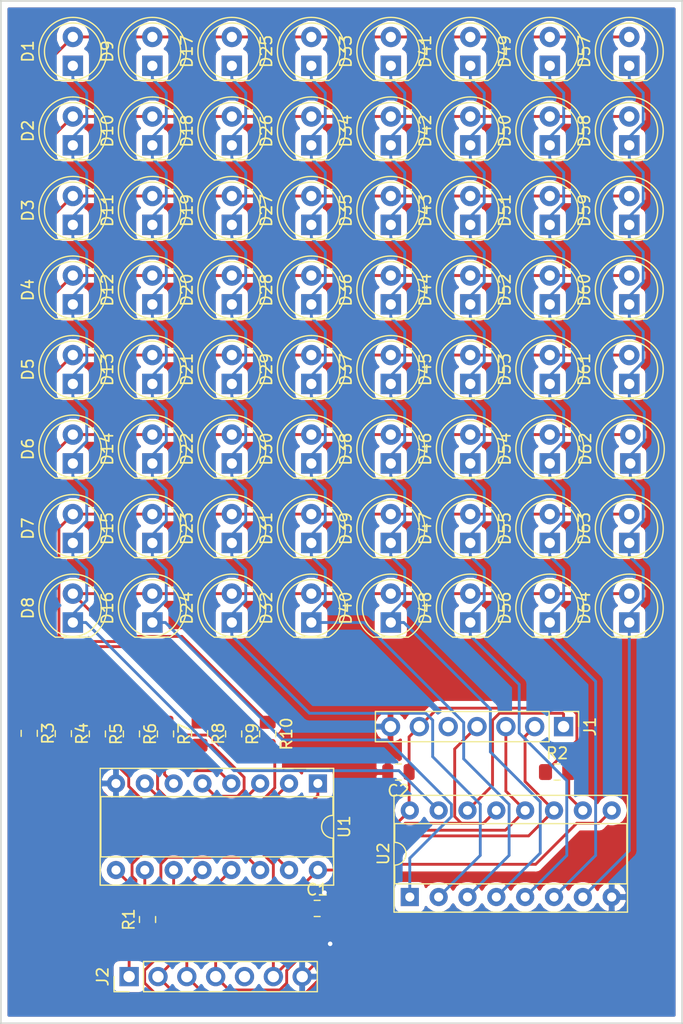
<source format=kicad_pcb>
(kicad_pcb (version 20171130) (host pcbnew "(5.0.2)-1")
  (layers (0 F.Cu signal) (31 B.Cu signal) (34 B.Paste user hide) (35 F.Paste user hide) (36 B.SilkS user) (37 F.SilkS user) (38 B.Mask user hide) (39 F.Mask user hide) (44 Edge.Cuts user))
  (net 0 "")
  (net 1 /R8)
  (net 2 "Net-(R10-Pad2)")
  (net 3 "Net-(R9-Pad2)")
  (net 4 /R7)
  (net 5 /R6)
  (net 6 "Net-(R8-Pad2)")
  (net 7 "Net-(R7-Pad2)")
  (net 8 /R5)
  (net 9 /R4)
  (net 10 "Net-(R6-Pad2)")
  (net 11 "Net-(R5-Pad2)")
  (net 12 /R3)
  (net 13 /R2)
  (net 14 "Net-(R4-Pad2)")
  (net 15 "Net-(R3-Pad2)")
  (net 16 /R1)
  (net 17 +5V)
  (net 18 "Net-(R1-Pad2)")
  (net 19 "Net-(R2-Pad2)")
  (net 20 /C2)
  (net 21 /CHAIN)
  (net 22 /C3)
  (net 23 /C4)
  (net 24 /CLOCK)
  (net 25 /C5)
  (net 26 /STORE)
  (net 27 /C6)
  (net 28 /OutputEnable)
  (net 29 /C7)
  (net 30 /DATAIN)
  (net 31 /C8)
  (net 32 /C1)
  (net 33 GND)
  (net 34 /OUTCHAIN)
  (net 35 "Net-(J2-Pad5)")
  (net 36 "Net-(J1-Pad5)")
  (module LED_THT:LED_D5.0mm (layer F.Cu) (at 148.341316 124.717503 90)
    (fp_text reference D56 (at 1.27 -3.96 90) (layer F.SilkS))
    (fp_text value LED)
    (pad 2 thru_hole circle (at 2.54 0 90) (size 1.8 1.8) (drill 0.9) (layers *.Cu *.Mask) (net 1 /R8))
    (pad 1 thru_hole rect (at 0 0 90) (size 1.8 1.8) (drill 0.9) (layers *.Cu *.Mask) (net 29 /C7))
  )
  (module LED_THT:LED_D5.0mm (layer F.Cu) (at 106.341316 117.717503 90)
    (fp_text reference D7 (at 1.27 -3.96 90) (layer F.SilkS))
    (fp_text value LED)
    (pad 1 thru_hole rect (at 0 0 90) (size 1.8 1.8) (drill 0.9) (layers *.Cu *.Mask) (net 32 /C1))
    (pad 2 thru_hole circle (at 2.54 0 90) (size 1.8 1.8) (drill 0.9) (layers *.Cu *.Mask) (net 4 /R7))
  )
  (module LED_THT:LED_D5.0mm (layer F.Cu) (at 120.341316 75.717503 90)
    (fp_text reference D17 (at 1.27 -3.96 90) (layer F.SilkS))
    (fp_text value LED)
    (pad 2 thru_hole circle (at 2.54 0 90) (size 1.8 1.8) (drill 0.9) (layers *.Cu *.Mask) (net 16 /R1))
    (pad 1 thru_hole rect (at 0 0 90) (size 1.8 1.8) (drill 0.9) (layers *.Cu *.Mask) (net 22 /C3))
  )
  (module Capacitor_SMD:C_0805_2012Metric (layer F.Cu) (at 127.854754 149.886168)
    (fp_text reference C1 (at 0 -1.65) (layer F.SilkS))
    (fp_text value 0.1uF)
    (pad 2 smd roundrect (at 0.9375 0) (size 0.975 1.4) (layers F.Cu F.Paste F.Mask) (net 33 GND))
    (pad 1 smd roundrect (at -0.9375 0) (size 0.975 1.4) (layers F.Cu F.Paste F.Mask) (net 17 +5V))
  )
  (module Capacitor_SMD:C_0805_2012Metric (layer F.Cu) (at 135.013536 137.881489 180)
    (fp_text reference C2 (at 0 -1.65 180) (layer F.SilkS))
    (fp_text value 0.1uF)
    (pad 1 smd roundrect (at -0.9375 0 180) (size 0.975 1.4) (layers F.Cu F.Paste F.Mask) (net 17 +5V))
    (pad 2 smd roundrect (at 0.9375 0 180) (size 0.975 1.4) (layers F.Cu F.Paste F.Mask) (net 33 GND))
  )
  (module Connector_PinHeader_2.54mm:PinHeader_1x07_P2.54mm_Vertical (layer F.Cu) (at 149.553536 133.881489 270)
    (fp_text reference J1 (at 0 -2.33 270) (layer F.SilkS))
    (fp_text value Conn_01x07_Male)
    (pad 7 thru_hole oval (at 0 15.24 270) (size 1.7 1.7) (drill 1) (layers *.Cu *.Mask) (net 33 GND))
    (pad 6 thru_hole oval (at 0 12.7 270) (size 1.7 1.7) (drill 1) (layers *.Cu *.Mask) (net 17 +5V))
    (pad 5 thru_hole oval (at 0 10.16 270) (size 1.7 1.7) (drill 1) (layers *.Cu *.Mask) (net 36 "Net-(J1-Pad5)"))
    (pad 4 thru_hole oval (at 0 7.62 270) (size 1.7 1.7) (drill 1) (layers *.Cu *.Mask) (net 28 /OutputEnable))
    (pad 3 thru_hole oval (at 0 5.08 270) (size 1.7 1.7) (drill 1) (layers *.Cu *.Mask) (net 26 /STORE))
    (pad 2 thru_hole oval (at 0 2.54 270) (size 1.7 1.7) (drill 1) (layers *.Cu *.Mask) (net 24 /CLOCK))
    (pad 1 thru_hole rect (at 0 0 270) (size 1.7 1.7) (drill 1) (layers *.Cu *.Mask) (net 30 /DATAIN))
  )
  (module Connector_PinHeader_2.54mm:PinHeader_1x07_P2.54mm_Vertical (layer F.Cu) (at 111.297254 155.886168 90)
    (fp_text reference J2 (at 0 -2.33 90) (layer F.SilkS))
    (fp_text value Conn_01x07_Female)
    (pad 1 thru_hole rect (at 0 0 90) (size 1.7 1.7) (drill 1) (layers *.Cu *.Mask) (net 34 /OUTCHAIN))
    (pad 2 thru_hole oval (at 0 2.54 90) (size 1.7 1.7) (drill 1) (layers *.Cu *.Mask) (net 24 /CLOCK))
    (pad 3 thru_hole oval (at 0 5.08 90) (size 1.7 1.7) (drill 1) (layers *.Cu *.Mask) (net 26 /STORE))
    (pad 4 thru_hole oval (at 0 7.62 90) (size 1.7 1.7) (drill 1) (layers *.Cu *.Mask) (net 28 /OutputEnable))
    (pad 5 thru_hole oval (at 0 10.16 90) (size 1.7 1.7) (drill 1) (layers *.Cu *.Mask) (net 35 "Net-(J2-Pad5)"))
    (pad 6 thru_hole oval (at 0 12.7 90) (size 1.7 1.7) (drill 1) (layers *.Cu *.Mask) (net 17 +5V))
    (pad 7 thru_hole oval (at 0 15.24 90) (size 1.7 1.7) (drill 1) (layers *.Cu *.Mask) (net 33 GND))
  )
  (module LED_THT:LED_D5.0mm (layer F.Cu) (at 120.341316 89.717503 90)
    (fp_text reference D19 (at 1.27 -3.96 90) (layer F.SilkS))
    (fp_text value LED)
    (pad 2 thru_hole circle (at 2.54 0 90) (size 1.8 1.8) (drill 0.9) (layers *.Cu *.Mask) (net 12 /R3))
    (pad 1 thru_hole rect (at 0 0 90) (size 1.8 1.8) (drill 0.9) (layers *.Cu *.Mask) (net 22 /C3))
  )
  (module LED_THT:LED_D5.0mm (layer F.Cu) (at 134.341316 89.717503 90)
    (fp_text reference D35 (at 1.27 -3.96 90) (layer F.SilkS))
    (fp_text value LED)
    (pad 1 thru_hole rect (at 0 0 90) (size 1.8 1.8) (drill 0.9) (layers *.Cu *.Mask) (net 25 /C5))
    (pad 2 thru_hole circle (at 2.54 0 90) (size 1.8 1.8) (drill 0.9) (layers *.Cu *.Mask) (net 12 /R3))
  )
  (module LED_THT:LED_D5.0mm (layer F.Cu) (at 134.341316 82.717503 90)
    (fp_text reference D34 (at 1.27 -3.96 90) (layer F.SilkS))
    (fp_text value LED)
    (pad 2 thru_hole circle (at 2.54 0 90) (size 1.8 1.8) (drill 0.9) (layers *.Cu *.Mask) (net 13 /R2))
    (pad 1 thru_hole rect (at 0 0 90) (size 1.8 1.8) (drill 0.9) (layers *.Cu *.Mask) (net 25 /C5))
  )
  (module LED_THT:LED_D5.0mm (layer F.Cu) (at 134.341316 75.717503 90)
    (fp_text reference D33 (at 1.27 -3.96 90) (layer F.SilkS))
    (fp_text value LED)
    (pad 1 thru_hole rect (at 0 0 90) (size 1.8 1.8) (drill 0.9) (layers *.Cu *.Mask) (net 25 /C5))
    (pad 2 thru_hole circle (at 2.54 0 90) (size 1.8 1.8) (drill 0.9) (layers *.Cu *.Mask) (net 16 /R1))
  )
  (module LED_THT:LED_D5.0mm (layer F.Cu) (at 127.341316 124.717503 90)
    (fp_text reference D32 (at 1.27 -3.96 90) (layer F.SilkS))
    (fp_text value LED)
    (pad 2 thru_hole circle (at 2.54 0 90) (size 1.8 1.8) (drill 0.9) (layers *.Cu *.Mask) (net 1 /R8))
    (pad 1 thru_hole rect (at 0 0 90) (size 1.8 1.8) (drill 0.9) (layers *.Cu *.Mask) (net 23 /C4))
  )
  (module LED_THT:LED_D5.0mm (layer F.Cu) (at 127.341316 117.717503 90)
    (fp_text reference D31 (at 1.27 -3.96 90) (layer F.SilkS))
    (fp_text value LED)
    (pad 1 thru_hole rect (at 0 0 90) (size 1.8 1.8) (drill 0.9) (layers *.Cu *.Mask) (net 23 /C4))
    (pad 2 thru_hole circle (at 2.54 0 90) (size 1.8 1.8) (drill 0.9) (layers *.Cu *.Mask) (net 4 /R7))
  )
  (module LED_THT:LED_D5.0mm (layer F.Cu) (at 127.341316 110.717503 90)
    (fp_text reference D30 (at 1.27 -3.96 90) (layer F.SilkS))
    (fp_text value LED)
    (pad 2 thru_hole circle (at 2.54 0 90) (size 1.8 1.8) (drill 0.9) (layers *.Cu *.Mask) (net 5 /R6))
    (pad 1 thru_hole rect (at 0 0 90) (size 1.8 1.8) (drill 0.9) (layers *.Cu *.Mask) (net 23 /C4))
  )
  (module LED_THT:LED_D5.0mm (layer F.Cu) (at 127.341316 103.717503 90)
    (fp_text reference D29 (at 1.27 -3.96 90) (layer F.SilkS))
    (fp_text value LED)
    (pad 1 thru_hole rect (at 0 0 90) (size 1.8 1.8) (drill 0.9) (layers *.Cu *.Mask) (net 23 /C4))
    (pad 2 thru_hole circle (at 2.54 0 90) (size 1.8 1.8) (drill 0.9) (layers *.Cu *.Mask) (net 8 /R5))
  )
  (module LED_THT:LED_D5.0mm (layer F.Cu) (at 127.341316 96.717503 90)
    (fp_text reference D28 (at 1.27 -3.96 90) (layer F.SilkS))
    (fp_text value LED)
    (pad 2 thru_hole circle (at 2.54 0 90) (size 1.8 1.8) (drill 0.9) (layers *.Cu *.Mask) (net 9 /R4))
    (pad 1 thru_hole rect (at 0 0 90) (size 1.8 1.8) (drill 0.9) (layers *.Cu *.Mask) (net 23 /C4))
  )
  (module LED_THT:LED_D5.0mm (layer F.Cu) (at 120.341316 96.717503 90)
    (fp_text reference D20 (at 1.27 -3.96 90) (layer F.SilkS))
    (fp_text value LED)
    (pad 1 thru_hole rect (at 0 0 90) (size 1.8 1.8) (drill 0.9) (layers *.Cu *.Mask) (net 22 /C3))
    (pad 2 thru_hole circle (at 2.54 0 90) (size 1.8 1.8) (drill 0.9) (layers *.Cu *.Mask) (net 9 /R4))
  )
  (module LED_THT:LED_D5.0mm (layer F.Cu) (at 127.341316 82.717503 90)
    (fp_text reference D26 (at 1.27 -3.96 90) (layer F.SilkS))
    (fp_text value LED)
    (pad 2 thru_hole circle (at 2.54 0 90) (size 1.8 1.8) (drill 0.9) (layers *.Cu *.Mask) (net 13 /R2))
    (pad 1 thru_hole rect (at 0 0 90) (size 1.8 1.8) (drill 0.9) (layers *.Cu *.Mask) (net 23 /C4))
  )
  (module LED_THT:LED_D5.0mm (layer F.Cu) (at 127.341316 75.717503 90)
    (fp_text reference D25 (at 1.27 -3.96 90) (layer F.SilkS))
    (fp_text value LED)
    (pad 1 thru_hole rect (at 0 0 90) (size 1.8 1.8) (drill 0.9) (layers *.Cu *.Mask) (net 23 /C4))
    (pad 2 thru_hole circle (at 2.54 0 90) (size 1.8 1.8) (drill 0.9) (layers *.Cu *.Mask) (net 16 /R1))
  )
  (module LED_THT:LED_D5.0mm (layer F.Cu) (at 120.341316 117.717503 90)
    (fp_text reference D23 (at 1.27 -3.96 90) (layer F.SilkS))
    (fp_text value LED)
    (pad 2 thru_hole circle (at 2.54 0 90) (size 1.8 1.8) (drill 0.9) (layers *.Cu *.Mask) (net 4 /R7))
    (pad 1 thru_hole rect (at 0 0 90) (size 1.8 1.8) (drill 0.9) (layers *.Cu *.Mask) (net 22 /C3))
  )
  (module LED_THT:LED_D5.0mm (layer F.Cu) (at 120.341316 110.717503 90)
    (fp_text reference D22 (at 1.27 -3.96 90) (layer F.SilkS))
    (fp_text value LED)
    (pad 1 thru_hole rect (at 0 0 90) (size 1.8 1.8) (drill 0.9) (layers *.Cu *.Mask) (net 22 /C3))
    (pad 2 thru_hole circle (at 2.54 0 90) (size 1.8 1.8) (drill 0.9) (layers *.Cu *.Mask) (net 5 /R6))
  )
  (module LED_THT:LED_D5.0mm (layer F.Cu) (at 113.341316 117.717503 90)
    (fp_text reference D15 (at 1.27 -3.96 90) (layer F.SilkS))
    (fp_text value LED)
    (pad 2 thru_hole circle (at 2.54 0 90) (size 1.8 1.8) (drill 0.9) (layers *.Cu *.Mask) (net 4 /R7))
    (pad 1 thru_hole rect (at 0 0 90) (size 1.8 1.8) (drill 0.9) (layers *.Cu *.Mask) (net 20 /C2))
  )
  (module LED_THT:LED_D5.0mm (layer F.Cu) (at 134.341316 96.717503 90)
    (fp_text reference D36 (at 1.27 -3.96 90) (layer F.SilkS))
    (fp_text value LED)
    (pad 1 thru_hole rect (at 0 0 90) (size 1.8 1.8) (drill 0.9) (layers *.Cu *.Mask) (net 25 /C5))
    (pad 2 thru_hole circle (at 2.54 0 90) (size 1.8 1.8) (drill 0.9) (layers *.Cu *.Mask) (net 9 /R4))
  )
  (module LED_THT:LED_D5.0mm (layer F.Cu) (at 113.341316 96.717503 90)
    (fp_text reference D12 (at 1.27 -3.96 90) (layer F.SilkS))
    (fp_text value LED)
    (pad 2 thru_hole circle (at 2.54 0 90) (size 1.8 1.8) (drill 0.9) (layers *.Cu *.Mask) (net 9 /R4))
    (pad 1 thru_hole rect (at 0 0 90) (size 1.8 1.8) (drill 0.9) (layers *.Cu *.Mask) (net 20 /C2))
  )
  (module LED_THT:LED_D5.0mm (layer F.Cu) (at 113.341316 89.717503 90)
    (fp_text reference D11 (at 1.27 -3.96 90) (layer F.SilkS))
    (fp_text value LED)
    (pad 1 thru_hole rect (at 0 0 90) (size 1.8 1.8) (drill 0.9) (layers *.Cu *.Mask) (net 20 /C2))
    (pad 2 thru_hole circle (at 2.54 0 90) (size 1.8 1.8) (drill 0.9) (layers *.Cu *.Mask) (net 12 /R3))
  )
  (module LED_THT:LED_D5.0mm (layer F.Cu) (at 113.341316 82.717503 90)
    (fp_text reference D10 (at 1.27 -3.96 270) (layer F.SilkS))
    (fp_text value LED)
    (pad 2 thru_hole circle (at 2.54 0 90) (size 1.8 1.8) (drill 0.9) (layers *.Cu *.Mask) (net 13 /R2))
    (pad 1 thru_hole rect (at 0 0 90) (size 1.8 1.8) (drill 0.9) (layers *.Cu *.Mask) (net 20 /C2))
  )
  (module LED_THT:LED_D5.0mm (layer F.Cu) (at 120.341316 82.717503 90)
    (fp_text reference D18 (at 1.27 -3.96 90) (layer F.SilkS))
    (fp_text value LED)
    (pad 1 thru_hole rect (at 0 0 90) (size 1.8 1.8) (drill 0.9) (layers *.Cu *.Mask) (net 22 /C3))
    (pad 2 thru_hole circle (at 2.54 0 90) (size 1.8 1.8) (drill 0.9) (layers *.Cu *.Mask) (net 13 /R2))
  )
  (module LED_THT:LED_D5.0mm (layer F.Cu) (at 106.341316 124.717503 90)
    (fp_text reference D8 (at 1.27 -3.96 90) (layer F.SilkS))
    (fp_text value LED)
    (pad 2 thru_hole circle (at 2.54 0 90) (size 1.8 1.8) (drill 0.9) (layers *.Cu *.Mask) (net 1 /R8))
    (pad 1 thru_hole rect (at 0 0 90) (size 1.8 1.8) (drill 0.9) (layers *.Cu *.Mask) (net 32 /C1))
  )
  (module LED_THT:LED_D5.0mm (layer F.Cu) (at 106.341316 110.717503 90)
    (fp_text reference D6 (at 1.27 -3.96 90) (layer F.SilkS))
    (fp_text value LED)
    (pad 2 thru_hole circle (at 2.54 0 90) (size 1.8 1.8) (drill 0.9) (layers *.Cu *.Mask) (net 5 /R6))
    (pad 1 thru_hole rect (at 0 0 90) (size 1.8 1.8) (drill 0.9) (layers *.Cu *.Mask) (net 32 /C1))
  )
  (module LED_THT:LED_D5.0mm (layer F.Cu) (at 106.341316 103.717503 90)
    (fp_text reference D5 (at 1.27 -3.96 90) (layer F.SilkS))
    (fp_text value LED)
    (pad 1 thru_hole rect (at 0 0 90) (size 1.8 1.8) (drill 0.9) (layers *.Cu *.Mask) (net 32 /C1))
    (pad 2 thru_hole circle (at 2.54 0 90) (size 1.8 1.8) (drill 0.9) (layers *.Cu *.Mask) (net 8 /R5))
  )
  (module LED_THT:LED_D5.0mm (layer F.Cu) (at 106.341316 96.717503 90)
    (fp_text reference D4 (at 1.27 -3.96 90) (layer F.SilkS))
    (fp_text value LED)
    (pad 2 thru_hole circle (at 2.54 0 90) (size 1.8 1.8) (drill 0.9) (layers *.Cu *.Mask) (net 9 /R4))
    (pad 1 thru_hole rect (at 0 0 90) (size 1.8 1.8) (drill 0.9) (layers *.Cu *.Mask) (net 32 /C1))
  )
  (module LED_THT:LED_D5.0mm (layer F.Cu) (at 106.341316 89.717503 90)
    (fp_text reference D3 (at 1.27 -3.96 90) (layer F.SilkS))
    (fp_text value LED)
    (pad 1 thru_hole rect (at 0 0 90) (size 1.8 1.8) (drill 0.9) (layers *.Cu *.Mask) (net 32 /C1))
    (pad 2 thru_hole circle (at 2.54 0 90) (size 1.8 1.8) (drill 0.9) (layers *.Cu *.Mask) (net 12 /R3))
  )
  (module LED_THT:LED_D5.0mm (layer F.Cu) (at 106.341316 82.717503 90)
    (fp_text reference D2 (at 1.27 -3.96 90) (layer F.SilkS))
    (fp_text value LED)
    (pad 2 thru_hole circle (at 2.54 0 90) (size 1.8 1.8) (drill 0.9) (layers *.Cu *.Mask) (net 13 /R2))
    (pad 1 thru_hole rect (at 0 0 90) (size 1.8 1.8) (drill 0.9) (layers *.Cu *.Mask) (net 32 /C1))
  )
  (module LED_THT:LED_D5.0mm (layer F.Cu) (at 134.341316 103.717503 90)
    (fp_text reference D37 (at 1.27 -3.96 90) (layer F.SilkS))
    (fp_text value LED)
    (pad 1 thru_hole rect (at 0 0 90) (size 1.8 1.8) (drill 0.9) (layers *.Cu *.Mask) (net 25 /C5))
    (pad 2 thru_hole circle (at 2.54 0 90) (size 1.8 1.8) (drill 0.9) (layers *.Cu *.Mask) (net 8 /R5))
  )
  (module LED_THT:LED_D5.0mm (layer F.Cu) (at 106.341316 75.717503 90)
    (fp_text reference D1 (at 1.27 -3.96 90) (layer F.SilkS))
    (fp_text value LED)
    (pad 2 thru_hole circle (at 2.54 0 90) (size 1.8 1.8) (drill 0.9) (layers *.Cu *.Mask) (net 16 /R1))
    (pad 1 thru_hole rect (at 0 0 90) (size 1.8 1.8) (drill 0.9) (layers *.Cu *.Mask) (net 32 /C1))
  )
  (module LED_THT:LED_D5.0mm (layer F.Cu) (at 127.341316 89.717503 90)
    (fp_text reference D27 (at 1.27 -3.96 90) (layer F.SilkS))
    (fp_text value LED)
    (pad 1 thru_hole rect (at 0 0 90) (size 1.8 1.8) (drill 0.9) (layers *.Cu *.Mask) (net 23 /C4))
    (pad 2 thru_hole circle (at 2.54 0 90) (size 1.8 1.8) (drill 0.9) (layers *.Cu *.Mask) (net 12 /R3))
  )
  (module LED_THT:LED_D5.0mm (layer F.Cu) (at 113.341316 103.717503 90)
    (fp_text reference D13 (at 1.27 -3.96 90) (layer F.SilkS))
    (fp_text value LED)
    (pad 2 thru_hole circle (at 2.54 0 90) (size 1.8 1.8) (drill 0.9) (layers *.Cu *.Mask) (net 8 /R5))
    (pad 1 thru_hole rect (at 0 0 90) (size 1.8 1.8) (drill 0.9) (layers *.Cu *.Mask) (net 20 /C2))
  )
  (module LED_THT:LED_D5.0mm (layer F.Cu) (at 120.341316 103.717503 90)
    (fp_text reference D21 (at 1.27 -3.96 90) (layer F.SilkS))
    (fp_text value LED)
    (pad 1 thru_hole rect (at 0 0 90) (size 1.8 1.8) (drill 0.9) (layers *.Cu *.Mask) (net 22 /C3))
    (pad 2 thru_hole circle (at 2.54 0 90) (size 1.8 1.8) (drill 0.9) (layers *.Cu *.Mask) (net 8 /R5))
  )
  (module LED_THT:LED_D5.0mm (layer F.Cu) (at 148.341316 103.717503 90)
    (fp_text reference D53 (at 1.27 -3.96 90) (layer F.SilkS))
    (fp_text value LED)
    (pad 2 thru_hole circle (at 2.54 0 90) (size 1.8 1.8) (drill 0.9) (layers *.Cu *.Mask) (net 8 /R5))
    (pad 1 thru_hole rect (at 0 0 90) (size 1.8 1.8) (drill 0.9) (layers *.Cu *.Mask) (net 29 /C7))
  )
  (module LED_THT:LED_D5.0mm (layer F.Cu) (at 148.341316 117.717503 90)
    (fp_text reference D55 (at 1.27 -3.96 90) (layer F.SilkS))
    (fp_text value LED)
    (pad 1 thru_hole rect (at 0 0 90) (size 1.8 1.8) (drill 0.9) (layers *.Cu *.Mask) (net 29 /C7))
    (pad 2 thru_hole circle (at 2.54 0 90) (size 1.8 1.8) (drill 0.9) (layers *.Cu *.Mask) (net 4 /R7))
  )
  (module LED_THT:LED_D5.0mm (layer F.Cu) (at 155.341316 75.717503 90)
    (fp_text reference D57 (at 1.27 -3.96 90) (layer F.SilkS))
    (fp_text value LED)
    (pad 1 thru_hole rect (at 0 0 90) (size 1.8 1.8) (drill 0.9) (layers *.Cu *.Mask) (net 31 /C8))
    (pad 2 thru_hole circle (at 2.54 0 90) (size 1.8 1.8) (drill 0.9) (layers *.Cu *.Mask) (net 16 /R1))
  )
  (module LED_THT:LED_D5.0mm (layer F.Cu) (at 155.341316 82.717503 90)
    (fp_text reference D58 (at 1.27 -3.96 90) (layer F.SilkS))
    (fp_text value LED)
    (pad 2 thru_hole circle (at 2.54 0 90) (size 1.8 1.8) (drill 0.9) (layers *.Cu *.Mask) (net 13 /R2))
    (pad 1 thru_hole rect (at 0 0 90) (size 1.8 1.8) (drill 0.9) (layers *.Cu *.Mask) (net 31 /C8))
  )
  (module LED_THT:LED_D5.0mm (layer F.Cu) (at 155.341316 89.717503 90)
    (fp_text reference D59 (at 1.27 -3.96 90) (layer F.SilkS))
    (fp_text value LED)
    (pad 1 thru_hole rect (at 0 0 90) (size 1.8 1.8) (drill 0.9) (layers *.Cu *.Mask) (net 31 /C8))
    (pad 2 thru_hole circle (at 2.54 0 90) (size 1.8 1.8) (drill 0.9) (layers *.Cu *.Mask) (net 12 /R3))
  )
  (module LED_THT:LED_D5.0mm (layer F.Cu) (at 155.341316 96.717503 90)
    (fp_text reference D60 (at 1.27 -3.96 90) (layer F.SilkS))
    (fp_text value LED)
    (pad 2 thru_hole circle (at 2.54 0 90) (size 1.8 1.8) (drill 0.9) (layers *.Cu *.Mask) (net 9 /R4))
    (pad 1 thru_hole rect (at 0 0 90) (size 1.8 1.8) (drill 0.9) (layers *.Cu *.Mask) (net 31 /C8))
  )
  (module LED_THT:LED_D5.0mm (layer F.Cu) (at 155.341316 103.717503 90)
    (fp_text reference D61 (at 1.27 -3.96 90) (layer F.SilkS))
    (fp_text value LED)
    (pad 1 thru_hole rect (at 0 0 90) (size 1.8 1.8) (drill 0.9) (layers *.Cu *.Mask) (net 31 /C8))
    (pad 2 thru_hole circle (at 2.54 0 90) (size 1.8 1.8) (drill 0.9) (layers *.Cu *.Mask) (net 8 /R5))
  )
  (module LED_THT:LED_D5.0mm (layer F.Cu) (at 155.433695 110.717503 90)
    (fp_text reference D62 (at 1.27 -3.96 90) (layer F.SilkS))
    (fp_text value LED)
    (pad 2 thru_hole circle (at 2.54 0 90) (size 1.8 1.8) (drill 0.9) (layers *.Cu *.Mask) (net 5 /R6))
    (pad 1 thru_hole rect (at 0 0 90) (size 1.8 1.8) (drill 0.9) (layers *.Cu *.Mask) (net 31 /C8))
  )
  (module LED_THT:LED_D5.0mm (layer F.Cu) (at 155.341316 117.717503 90)
    (fp_text reference D63 (at 1.27 -3.96 90) (layer F.SilkS))
    (fp_text value LED)
    (pad 1 thru_hole rect (at 0 0 90) (size 1.8 1.8) (drill 0.9) (layers *.Cu *.Mask) (net 31 /C8))
    (pad 2 thru_hole circle (at 2.54 0 90) (size 1.8 1.8) (drill 0.9) (layers *.Cu *.Mask) (net 4 /R7))
  )
  (module LED_THT:LED_D5.0mm (layer F.Cu) (at 155.341316 124.717503 90)
    (fp_text reference D64 (at 1.27 -3.96 90) (layer F.SilkS))
    (fp_text value LED)
    (pad 2 thru_hole circle (at 2.54 0 90) (size 1.8 1.8) (drill 0.9) (layers *.Cu *.Mask) (net 1 /R8))
    (pad 1 thru_hole rect (at 0 0 90) (size 1.8 1.8) (drill 0.9) (layers *.Cu *.Mask) (net 31 /C8))
  )
  (module LED_THT:LED_D5.0mm (layer F.Cu) (at 113.341316 75.717503 90)
    (fp_text reference D9 (at 1.27 -3.96 90) (layer F.SilkS))
    (fp_text value LED)
    (pad 1 thru_hole rect (at 0 0 90) (size 1.8 1.8) (drill 0.9) (layers *.Cu *.Mask) (net 20 /C2))
    (pad 2 thru_hole circle (at 2.54 0 90) (size 1.8 1.8) (drill 0.9) (layers *.Cu *.Mask) (net 16 /R1))
  )
  (module LED_THT:LED_D5.0mm (layer F.Cu) (at 113.341316 124.717503 90)
    (fp_text reference D16 (at 1.27 -3.96 90) (layer F.SilkS))
    (fp_text value LED)
    (pad 1 thru_hole rect (at 0 0 90) (size 1.8 1.8) (drill 0.9) (layers *.Cu *.Mask) (net 20 /C2))
    (pad 2 thru_hole circle (at 2.54 0 90) (size 1.8 1.8) (drill 0.9) (layers *.Cu *.Mask) (net 1 /R8))
  )
  (module LED_THT:LED_D5.0mm (layer F.Cu) (at 113.341316 110.717503 90)
    (fp_text reference D14 (at 1.27 -3.96 270) (layer F.SilkS))
    (fp_text value LED)
    (pad 2 thru_hole circle (at 2.54 0 90) (size 1.8 1.8) (drill 0.9) (layers *.Cu *.Mask) (net 5 /R6))
    (pad 1 thru_hole rect (at 0 0 90) (size 1.8 1.8) (drill 0.9) (layers *.Cu *.Mask) (net 20 /C2))
  )
  (module LED_THT:LED_D5.0mm (layer F.Cu) (at 148.341316 110.717503 90)
    (fp_text reference D54 (at 1.27 -3.96 90) (layer F.SilkS))
    (fp_text value LED)
    (pad 1 thru_hole rect (at 0 0 90) (size 1.8 1.8) (drill 0.9) (layers *.Cu *.Mask) (net 29 /C7))
    (pad 2 thru_hole circle (at 2.54 0 90) (size 1.8 1.8) (drill 0.9) (layers *.Cu *.Mask) (net 5 /R6))
  )
  (module LED_THT:LED_D5.0mm (layer F.Cu) (at 120.341316 124.717503 90)
    (fp_text reference D24 (at 1.27 -3.96 90) (layer F.SilkS))
    (fp_text value LED)
    (pad 2 thru_hole circle (at 2.54 0 90) (size 1.8 1.8) (drill 0.9) (layers *.Cu *.Mask) (net 1 /R8))
    (pad 1 thru_hole rect (at 0 0 90) (size 1.8 1.8) (drill 0.9) (layers *.Cu *.Mask) (net 22 /C3))
  )
  (module LED_THT:LED_D5.0mm (layer F.Cu) (at 134.341316 110.717503 90)
    (fp_text reference D38 (at 1.27 -3.96 90) (layer F.SilkS))
    (fp_text value LED)
    (pad 1 thru_hole rect (at 0 0 90) (size 1.8 1.8) (drill 0.9) (layers *.Cu *.Mask) (net 25 /C5))
    (pad 2 thru_hole circle (at 2.54 0 90) (size 1.8 1.8) (drill 0.9) (layers *.Cu *.Mask) (net 5 /R6))
  )
  (module LED_THT:LED_D5.0mm (layer F.Cu) (at 148.341316 82.717503 90)
    (fp_text reference D50 (at 1.27 -3.96 90) (layer F.SilkS))
    (fp_text value LED)
    (pad 2 thru_hole circle (at 2.54 0 90) (size 1.8 1.8) (drill 0.9) (layers *.Cu *.Mask) (net 13 /R2))
    (pad 1 thru_hole rect (at 0 0 90) (size 1.8 1.8) (drill 0.9) (layers *.Cu *.Mask) (net 29 /C7))
  )
  (module LED_THT:LED_D5.0mm (layer F.Cu) (at 148.341316 75.717503 90)
    (fp_text reference D49 (at 1.27 -3.96 90) (layer F.SilkS))
    (fp_text value LED)
    (pad 1 thru_hole rect (at 0 0 90) (size 1.8 1.8) (drill 0.9) (layers *.Cu *.Mask) (net 29 /C7))
    (pad 2 thru_hole circle (at 2.54 0 90) (size 1.8 1.8) (drill 0.9) (layers *.Cu *.Mask) (net 16 /R1))
  )
  (module LED_THT:LED_D5.0mm (layer F.Cu) (at 141.341316 124.717503 90)
    (fp_text reference D48 (at 1.27 -3.96 90) (layer F.SilkS))
    (fp_text value LED)
    (pad 2 thru_hole circle (at 2.54 0 90) (size 1.8 1.8) (drill 0.9) (layers *.Cu *.Mask) (net 1 /R8))
    (pad 1 thru_hole rect (at 0 0 90) (size 1.8 1.8) (drill 0.9) (layers *.Cu *.Mask) (net 27 /C6))
  )
  (module LED_THT:LED_D5.0mm (layer F.Cu) (at 141.341316 117.717503 90)
    (fp_text reference D47 (at 1.27 -3.96 90) (layer F.SilkS))
    (fp_text value LED)
    (pad 1 thru_hole rect (at 0 0 90) (size 1.8 1.8) (drill 0.9) (layers *.Cu *.Mask) (net 27 /C6))
    (pad 2 thru_hole circle (at 2.54 0 90) (size 1.8 1.8) (drill 0.9) (layers *.Cu *.Mask) (net 4 /R7))
  )
  (module LED_THT:LED_D5.0mm (layer F.Cu) (at 141.341316 110.717503 90)
    (fp_text reference D46 (at 1.27 -3.96 90) (layer F.SilkS))
    (fp_text value LED)
    (pad 2 thru_hole circle (at 2.54 0 90) (size 1.8 1.8) (drill 0.9) (layers *.Cu *.Mask) (net 5 /R6))
    (pad 1 thru_hole rect (at 0 0 90) (size 1.8 1.8) (drill 0.9) (layers *.Cu *.Mask) (net 27 /C6))
  )
  (module LED_THT:LED_D5.0mm (layer F.Cu) (at 141.341316 103.717503 90)
    (fp_text reference D45 (at 1.27 -3.96 90) (layer F.SilkS))
    (fp_text value LED)
    (pad 1 thru_hole rect (at 0 0 90) (size 1.8 1.8) (drill 0.9) (layers *.Cu *.Mask) (net 27 /C6))
    (pad 2 thru_hole circle (at 2.54 0 90) (size 1.8 1.8) (drill 0.9) (layers *.Cu *.Mask) (net 8 /R5))
  )
  (module LED_THT:LED_D5.0mm (layer F.Cu) (at 141.341316 96.717503 90)
    (fp_text reference D44 (at 1.27 -3.96 90) (layer F.SilkS))
    (fp_text value LED)
    (pad 2 thru_hole circle (at 2.54 0 90) (size 1.8 1.8) (drill 0.9) (layers *.Cu *.Mask) (net 9 /R4))
    (pad 1 thru_hole rect (at 0 0 90) (size 1.8 1.8) (drill 0.9) (layers *.Cu *.Mask) (net 27 /C6))
  )
  (module LED_THT:LED_D5.0mm (layer F.Cu) (at 141.341316 89.717503 90)
    (fp_text reference D43 (at 1.27 -3.96 90) (layer F.SilkS))
    (fp_text value LED)
    (pad 1 thru_hole rect (at 0 0 90) (size 1.8 1.8) (drill 0.9) (layers *.Cu *.Mask) (net 27 /C6))
    (pad 2 thru_hole circle (at 2.54 0 90) (size 1.8 1.8) (drill 0.9) (layers *.Cu *.Mask) (net 12 /R3))
  )
  (module LED_THT:LED_D5.0mm (layer F.Cu) (at 141.341316 82.717503 90)
    (fp_text reference D42 (at 1.27 -3.96 90) (layer F.SilkS))
    (fp_text value LED)
    (pad 2 thru_hole circle (at 2.54 0 90) (size 1.8 1.8) (drill 0.9) (layers *.Cu *.Mask) (net 13 /R2))
    (pad 1 thru_hole rect (at 0 0 90) (size 1.8 1.8) (drill 0.9) (layers *.Cu *.Mask) (net 27 /C6))
  )
  (module LED_THT:LED_D5.0mm (layer F.Cu) (at 141.341316 75.717503 90)
    (fp_text reference D41 (at 1.27 -3.96 90) (layer F.SilkS))
    (fp_text value LED)
    (pad 1 thru_hole rect (at 0 0 90) (size 1.8 1.8) (drill 0.9) (layers *.Cu *.Mask) (net 27 /C6))
    (pad 2 thru_hole circle (at 2.54 0 90) (size 1.8 1.8) (drill 0.9) (layers *.Cu *.Mask) (net 16 /R1))
  )
  (module LED_THT:LED_D5.0mm (layer F.Cu) (at 148.341316 96.717503 90)
    (fp_text reference D52 (at 1.27 -3.96 90) (layer F.SilkS))
    (fp_text value LED)
    (pad 2 thru_hole circle (at 2.54 0 90) (size 1.8 1.8) (drill 0.9) (layers *.Cu *.Mask) (net 9 /R4))
    (pad 1 thru_hole rect (at 0 0 90) (size 1.8 1.8) (drill 0.9) (layers *.Cu *.Mask) (net 29 /C7))
  )
  (module LED_THT:LED_D5.0mm (layer F.Cu) (at 134.341316 124.717503 90)
    (fp_text reference D40 (at 1.27 -3.96 90) (layer F.SilkS))
    (fp_text value LED)
    (pad 1 thru_hole rect (at 0 0 90) (size 1.8 1.8) (drill 0.9) (layers *.Cu *.Mask) (net 25 /C5))
    (pad 2 thru_hole circle (at 2.54 0 90) (size 1.8 1.8) (drill 0.9) (layers *.Cu *.Mask) (net 1 /R8))
  )
  (module LED_THT:LED_D5.0mm (layer F.Cu) (at 134.341316 117.717503 90)
    (fp_text reference D39 (at 1.27 -3.96 90) (layer F.SilkS))
    (fp_text value LED)
    (pad 2 thru_hole circle (at 2.54 0 90) (size 1.8 1.8) (drill 0.9) (layers *.Cu *.Mask) (net 4 /R7))
    (pad 1 thru_hole rect (at 0 0 90) (size 1.8 1.8) (drill 0.9) (layers *.Cu *.Mask) (net 25 /C5))
  )
  (module LED_THT:LED_D5.0mm (layer F.Cu) (at 148.341316 89.717503 90)
    (fp_text reference D51 (at 1.27 -3.96 90) (layer F.SilkS))
    (fp_text value LED)
    (pad 1 thru_hole rect (at 0 0 90) (size 1.8 1.8) (drill 0.9) (layers *.Cu *.Mask) (net 29 /C7))
    (pad 2 thru_hole circle (at 2.54 0 90) (size 1.8 1.8) (drill 0.9) (layers *.Cu *.Mask) (net 12 /R3))
  )
  (module Package_DIP:DIP-16_W7.62mm_Socket (layer F.Cu) (at 127.917254 138.886168 270)
    (fp_text reference U1 (at 3.81 -2.33 270) (layer F.SilkS))
    (fp_text value 74HC595)
    (pad 16 thru_hole oval (at 7.62 0 270) (size 1.6 1.6) (drill 0.8) (layers *.Cu *.Mask) (net 17 +5V))
    (pad 8 thru_hole oval (at 0 17.78 270) (size 1.6 1.6) (drill 0.8) (layers *.Cu *.Mask) (net 33 GND))
    (pad 15 thru_hole oval (at 7.62 2.54 270) (size 1.6 1.6) (drill 0.8) (layers *.Cu *.Mask) (net 15 "Net-(R3-Pad2)"))
    (pad 7 thru_hole oval (at 0 15.24 270) (size 1.6 1.6) (drill 0.8) (layers *.Cu *.Mask) (net 2 "Net-(R10-Pad2)"))
    (pad 14 thru_hole oval (at 7.62 5.08 270) (size 1.6 1.6) (drill 0.8) (layers *.Cu *.Mask) (net 21 /CHAIN))
    (pad 6 thru_hole oval (at 0 12.7 270) (size 1.6 1.6) (drill 0.8) (layers *.Cu *.Mask) (net 3 "Net-(R9-Pad2)"))
    (pad 13 thru_hole oval (at 7.62 7.62 270) (size 1.6 1.6) (drill 0.8) (layers *.Cu *.Mask) (net 28 /OutputEnable))
    (pad 5 thru_hole oval (at 0 10.16 270) (size 1.6 1.6) (drill 0.8) (layers *.Cu *.Mask) (net 6 "Net-(R8-Pad2)"))
    (pad 12 thru_hole oval (at 7.62 10.16 270) (size 1.6 1.6) (drill 0.8) (layers *.Cu *.Mask) (net 26 /STORE))
    (pad 4 thru_hole oval (at 0 7.62 270) (size 1.6 1.6) (drill 0.8) (layers *.Cu *.Mask) (net 7 "Net-(R7-Pad2)"))
    (pad 11 thru_hole oval (at 7.62 12.7 270) (size 1.6 1.6) (drill 0.8) (layers *.Cu *.Mask) (net 24 /CLOCK))
    (pad 3 thru_hole oval (at 0 5.08 270) (size 1.6 1.6) (drill 0.8) (layers *.Cu *.Mask) (net 10 "Net-(R6-Pad2)"))
    (pad 10 thru_hole oval (at 7.62 15.24 270) (size 1.6 1.6) (drill 0.8) (layers *.Cu *.Mask) (net 18 "Net-(R1-Pad2)"))
    (pad 2 thru_hole oval (at 0 2.54 270) (size 1.6 1.6) (drill 0.8) (layers *.Cu *.Mask) (net 11 "Net-(R5-Pad2)"))
    (pad 9 thru_hole oval (at 7.62 17.78 270) (size 1.6 1.6) (drill 0.8) (layers *.Cu *.Mask) (net 34 /OUTCHAIN))
    (pad 1 thru_hole rect (at 0 0 270) (size 1.6 1.6) (drill 0.8) (layers *.Cu *.Mask) (net 14 "Net-(R4-Pad2)"))
  )
  (module Package_DIP:DIP-16_W7.62mm_Socket (layer F.Cu) (at 136.013536 148.881489 90)
    (fp_text reference U2 (at 3.81 -2.33 90) (layer F.SilkS))
    (fp_text value 74HC595)
    (pad 1 thru_hole rect (at 0 0 90) (size 1.6 1.6) (drill 0.8) (layers *.Cu *.Mask) (net 20 /C2))
    (pad 9 thru_hole oval (at 7.62 17.78 90) (size 1.6 1.6) (drill 0.8) (layers *.Cu *.Mask) (net 21 /CHAIN))
    (pad 2 thru_hole oval (at 0 2.54 90) (size 1.6 1.6) (drill 0.8) (layers *.Cu *.Mask) (net 22 /C3))
    (pad 10 thru_hole oval (at 7.62 15.24 90) (size 1.6 1.6) (drill 0.8) (layers *.Cu *.Mask) (net 19 "Net-(R2-Pad2)"))
    (pad 3 thru_hole oval (at 0 5.08 90) (size 1.6 1.6) (drill 0.8) (layers *.Cu *.Mask) (net 23 /C4))
    (pad 11 thru_hole oval (at 7.62 12.7 90) (size 1.6 1.6) (drill 0.8) (layers *.Cu *.Mask) (net 24 /CLOCK))
    (pad 4 thru_hole oval (at 0 7.62 90) (size 1.6 1.6) (drill 0.8) (layers *.Cu *.Mask) (net 25 /C5))
    (pad 12 thru_hole oval (at 7.62 10.16 90) (size 1.6 1.6) (drill 0.8) (layers *.Cu *.Mask) (net 26 /STORE))
    (pad 5 thru_hole oval (at 0 10.16 90) (size 1.6 1.6) (drill 0.8) (layers *.Cu *.Mask) (net 27 /C6))
    (pad 13 thru_hole oval (at 7.62 7.62 90) (size 1.6 1.6) (drill 0.8) (layers *.Cu *.Mask) (net 28 /OutputEnable))
    (pad 6 thru_hole oval (at 0 12.7 90) (size 1.6 1.6) (drill 0.8) (layers *.Cu *.Mask) (net 29 /C7))
    (pad 14 thru_hole oval (at 7.62 5.08 90) (size 1.6 1.6) (drill 0.8) (layers *.Cu *.Mask) (net 30 /DATAIN))
    (pad 7 thru_hole oval (at 0 15.24 90) (size 1.6 1.6) (drill 0.8) (layers *.Cu *.Mask) (net 31 /C8))
    (pad 15 thru_hole oval (at 7.62 2.54 90) (size 1.6 1.6) (drill 0.8) (layers *.Cu *.Mask) (net 32 /C1))
    (pad 8 thru_hole oval (at 0 17.78 90) (size 1.6 1.6) (drill 0.8) (layers *.Cu *.Mask) (net 33 GND))
    (pad 16 thru_hole oval (at 7.62 0 90) (size 1.6 1.6) (drill 0.8) (layers *.Cu *.Mask) (net 17 +5V))
  )
  (module Resistor_SMD:R_0805_2012Metric_Pad1.15x1.40mm_HandSolder (layer F.Cu) (at 148.988536 137.881489)
    (fp_text reference R2 (at 0 -1.65) (layer F.SilkS))
    (fp_text value 10k)
    (pad 2 smd roundrect (at 1.025 0) (size 1.15 1.4) (layers F.Cu F.Paste F.Mask) (roundrect_rratio 0.217391) (net 19 "Net-(R2-Pad2)"))
    (pad 1 smd roundrect (at -1.025 0) (size 1.15 1.4) (layers F.Cu F.Paste F.Mask) (roundrect_rratio 0.217391) (net 17 +5V))
  )
  (module Resistor_SMD:R_0805_2012Metric_Pad1.15x1.40mm_HandSolder (layer F.Cu) (at 112.917254 150.861168 90)
    (fp_text reference R1 (at 0 -1.65 90) (layer F.SilkS))
    (fp_text value 10k)
    (pad 1 smd roundrect (at -1.025 0 90) (size 1.15 1.4) (layers F.Cu F.Paste F.Mask) (roundrect_rratio 0.217391) (net 17 +5V))
    (pad 2 smd roundrect (at 1.025 0 90) (size 1.15 1.4) (layers F.Cu F.Paste F.Mask) (roundrect_rratio 0.217391) (net 18 "Net-(R1-Pad2)"))
  )
  (module Resistor_SMD:R_0805_2012Metric_Pad1.15x1.40mm_HandSolder (layer F.Cu) (at 102.5 134.475 270)
    (fp_text reference R3 (at 0 -1.65 270) (layer F.SilkS))
    (fp_text value 220)
    (pad 2 smd roundrect (at 1.025 0 270) (size 1.15 1.4) (layers F.Cu F.Paste F.Mask) (roundrect_rratio 0.217391) (net 15 "Net-(R3-Pad2)"))
    (pad 1 smd roundrect (at -1.025 0 270) (size 1.15 1.4) (layers F.Cu F.Paste F.Mask) (roundrect_rratio 0.217391) (net 16 /R1))
  )
  (module Resistor_SMD:R_0805_2012Metric_Pad1.15x1.40mm_HandSolder (layer F.Cu) (at 105.5 134.5 270)
    (fp_text reference R4 (at 0 -1.65 270) (layer F.SilkS))
    (fp_text value 220)
    (pad 2 smd roundrect (at 1.025 0 270) (size 1.15 1.4) (layers F.Cu F.Paste F.Mask) (roundrect_rratio 0.217391) (net 14 "Net-(R4-Pad2)"))
    (pad 1 smd roundrect (at -1.025 0 270) (size 1.15 1.4) (layers F.Cu F.Paste F.Mask) (roundrect_rratio 0.217391) (net 13 /R2))
  )
  (module Resistor_SMD:R_0805_2012Metric_Pad1.15x1.40mm_HandSolder (layer F.Cu) (at 108.5 134.525 270)
    (fp_text reference R5 (at 0 -1.65 270) (layer F.SilkS))
    (fp_text value 220)
    (pad 1 smd roundrect (at -1.025 0 270) (size 1.15 1.4) (layers F.Cu F.Paste F.Mask) (roundrect_rratio 0.217391) (net 12 /R3))
    (pad 2 smd roundrect (at 1.025 0 270) (size 1.15 1.4) (layers F.Cu F.Paste F.Mask) (roundrect_rratio 0.217391) (net 11 "Net-(R5-Pad2)"))
  )
  (module Resistor_SMD:R_0805_2012Metric_Pad1.15x1.40mm_HandSolder (layer F.Cu) (at 111.5 134.525 270)
    (fp_text reference R6 (at 0 -1.65 270) (layer F.SilkS))
    (fp_text value 220)
    (pad 2 smd roundrect (at 1.025 0 270) (size 1.15 1.4) (layers F.Cu F.Paste F.Mask) (roundrect_rratio 0.217391) (net 10 "Net-(R6-Pad2)"))
    (pad 1 smd roundrect (at -1.025 0 270) (size 1.15 1.4) (layers F.Cu F.Paste F.Mask) (roundrect_rratio 0.217391) (net 9 /R4))
  )
  (module Resistor_SMD:R_0805_2012Metric_Pad1.15x1.40mm_HandSolder (layer F.Cu) (at 114.5 134.525 270)
    (fp_text reference R7 (at 0 -1.65 270) (layer F.SilkS))
    (fp_text value 220)
    (pad 1 smd roundrect (at -1.025 0 270) (size 1.15 1.4) (layers F.Cu F.Paste F.Mask) (roundrect_rratio 0.217391) (net 8 /R5))
    (pad 2 smd roundrect (at 1.025 0 270) (size 1.15 1.4) (layers F.Cu F.Paste F.Mask) (roundrect_rratio 0.217391) (net 7 "Net-(R7-Pad2)"))
  )
  (module Resistor_SMD:R_0805_2012Metric_Pad1.15x1.40mm_HandSolder (layer F.Cu) (at 117.5 134.5 270)
    (fp_text reference R8 (at 0 -1.65 270) (layer F.SilkS))
    (fp_text value 220)
    (pad 2 smd roundrect (at 1.025 0 270) (size 1.15 1.4) (layers F.Cu F.Paste F.Mask) (roundrect_rratio 0.217391) (net 6 "Net-(R8-Pad2)"))
    (pad 1 smd roundrect (at -1.025 0 270) (size 1.15 1.4) (layers F.Cu F.Paste F.Mask) (roundrect_rratio 0.217391) (net 5 /R6))
  )
  (module Resistor_SMD:R_0805_2012Metric_Pad1.15x1.40mm_HandSolder (layer F.Cu) (at 120.5 134.525 270)
    (fp_text reference R9 (at 0 -1.65 270) (layer F.SilkS))
    (fp_text value 220)
    (pad 1 smd roundrect (at -1.025 0 270) (size 1.15 1.4) (layers F.Cu F.Paste F.Mask) (roundrect_rratio 0.217391) (net 4 /R7))
    (pad 2 smd roundrect (at 1.025 0 270) (size 1.15 1.4) (layers F.Cu F.Paste F.Mask) (roundrect_rratio 0.217391) (net 3 "Net-(R9-Pad2)"))
  )
  (module Resistor_SMD:R_0805_2012Metric_Pad1.15x1.40mm_HandSolder (layer F.Cu) (at 123.5 134.525 270)
    (fp_text reference R10 (at 0 -1.65 270) (layer F.SilkS))
    (fp_text value 220)
    (pad 2 smd roundrect (at 1.025 0 270) (size 1.15 1.4) (layers F.Cu F.Paste F.Mask) (roundrect_rratio 0.217391) (net 2 "Net-(R10-Pad2)"))
    (pad 1 smd roundrect (at -1.025 0 270) (size 1.15 1.4) (layers F.Cu F.Paste F.Mask) (roundrect_rratio 0.217391) (net 1 /R8))
  )
  (gr_line (start 160 70) (end 100 70) (layer Edge.Cuts) (width 0.15))
  (gr_line (start 160 160) (end 160 70) (layer Edge.Cuts) (width 0.15))
  (gr_line (start 100 160) (end 160 160) (layer Edge.Cuts) (width 0.15))
  (gr_line (start 100 70) (end 100 160) (layer Edge.Cuts) (width 0.15))
  (segment (start 155.341316 122.177503) (end 148.341316 122.177503) (width 0.25) (layer F.Cu) (net 1))
  (segment (start 147.068524 122.177503) (end 141.341316 122.177503) (width 0.25) (layer F.Cu) (net 1))
  (segment (start 148.341316 122.177503) (end 147.068524 122.177503) (width 0.25) (layer F.Cu) (net 1))
  (segment (start 141.341316 122.177503) (end 134.341316 122.177503) (width 0.25) (layer F.Cu) (net 1))
  (segment (start 133.068524 122.177503) (end 127.341316 122.177503) (width 0.25) (layer F.Cu) (net 1))
  (segment (start 134.341316 122.177503) (end 133.068524 122.177503) (width 0.25) (layer F.Cu) (net 1))
  (segment (start 126.068524 122.177503) (end 120.341316 122.177503) (width 0.25) (layer F.Cu) (net 1))
  (segment (start 127.341316 122.177503) (end 126.068524 122.177503) (width 0.25) (layer F.Cu) (net 1))
  (segment (start 120.341316 122.177503) (end 113.341316 122.177503) (width 0.25) (layer F.Cu) (net 1))
  (segment (start 112.068524 122.177503) (end 106.341316 122.177503) (width 0.25) (layer F.Cu) (net 1))
  (segment (start 113.341316 122.177503) (end 112.068524 122.177503) (width 0.25) (layer F.Cu) (net 1))
  (segment (start 107.241315 123.077502) (end 106.341316 122.177503) (width 0.25) (layer F.Cu) (net 1))
  (segment (start 110.106317 125.942504) (end 107.241315 123.077502) (width 0.25) (layer F.Cu) (net 1))
  (segment (start 115.942504 125.942504) (end 110.106317 125.942504) (width 0.25) (layer F.Cu) (net 1))
  (segment (start 123.5 133.5) (end 115.942504 125.942504) (width 0.25) (layer F.Cu) (net 1))
  (segment (start 124.123372 136.173372) (end 123.5 135.55) (width 0.25) (layer F.Cu) (net 2))
  (segment (start 124.123372 139.265052) (end 124.123372 136.173372) (width 0.25) (layer F.Cu) (net 2))
  (segment (start 122.388424 141) (end 124.123372 139.265052) (width 0.25) (layer F.Cu) (net 2))
  (segment (start 114.791086 141) (end 122.388424 141) (width 0.25) (layer F.Cu) (net 2))
  (segment (start 112.677254 138.886168) (end 114.791086 141) (width 0.25) (layer F.Cu) (net 2))
  (segment (start 120.45 135.5) (end 120.5 135.55) (width 0.25) (layer F.Cu) (net 3))
  (segment (start 119.212498 135.5) (end 120.45 135.5) (width 0.25) (layer F.Cu) (net 3))
  (segment (start 118.337488 134.62499) (end 119.212498 135.5) (width 0.25) (layer F.Cu) (net 3))
  (segment (start 113.83682 134.62499) (end 118.337488 134.62499) (width 0.25) (layer F.Cu) (net 3))
  (segment (start 113.47499 134.98682) (end 113.83682 134.62499) (width 0.25) (layer F.Cu) (net 3))
  (segment (start 113.47499 136.11318) (end 113.47499 134.98682) (width 0.25) (layer F.Cu) (net 3))
  (segment (start 114.417255 137.055445) (end 113.47499 136.11318) (width 0.25) (layer F.Cu) (net 3))
  (segment (start 114.417255 138.086169) (end 114.417255 137.055445) (width 0.25) (layer F.Cu) (net 3))
  (segment (start 115.217254 138.886168) (end 114.417255 138.086169) (width 0.25) (layer F.Cu) (net 3))
  (segment (start 106.341316 115.177503) (end 113.341316 115.177503) (width 0.25) (layer F.Cu) (net 4))
  (segment (start 113.341316 115.177503) (end 120.341316 115.177503) (width 0.25) (layer F.Cu) (net 4))
  (segment (start 120.341316 115.177503) (end 127.341316 115.177503) (width 0.25) (layer F.Cu) (net 4))
  (segment (start 127.341316 115.177503) (end 134.341316 115.177503) (width 0.25) (layer F.Cu) (net 4))
  (segment (start 134.341316 115.177503) (end 141.341316 115.177503) (width 0.25) (layer F.Cu) (net 4))
  (segment (start 141.341316 115.177503) (end 148.341316 115.177503) (width 0.25) (layer F.Cu) (net 4))
  (segment (start 148.341316 115.177503) (end 155.341316 115.177503) (width 0.25) (layer F.Cu) (net 4))
  (segment (start 105.441317 116.077502) (end 106.341316 115.177503) (width 0.25) (layer F.Cu) (net 4))
  (segment (start 105.116315 116.402504) (end 105.441317 116.077502) (width 0.25) (layer F.Cu) (net 4))
  (segment (start 105.116315 125.877504) (end 105.116315 116.402504) (width 0.25) (layer F.Cu) (net 4))
  (segment (start 105.631325 126.392514) (end 105.116315 125.877504) (width 0.25) (layer F.Cu) (net 4))
  (segment (start 114.067514 126.392514) (end 105.631325 126.392514) (width 0.25) (layer F.Cu) (net 4))
  (segment (start 120.5 132.825) (end 114.067514 126.392514) (width 0.25) (layer F.Cu) (net 4))
  (segment (start 120.5 133.5) (end 120.5 132.825) (width 0.25) (layer F.Cu) (net 4))
  (segment (start 154.160903 108.177503) (end 148.341316 108.177503) (width 0.25) (layer F.Cu) (net 5))
  (segment (start 155.433695 108.177503) (end 154.160903 108.177503) (width 0.25) (layer F.Cu) (net 5))
  (segment (start 147.068524 108.177503) (end 141.341316 108.177503) (width 0.25) (layer F.Cu) (net 5))
  (segment (start 148.341316 108.177503) (end 147.068524 108.177503) (width 0.25) (layer F.Cu) (net 5))
  (segment (start 140.068524 108.177503) (end 134.341316 108.177503) (width 0.25) (layer F.Cu) (net 5))
  (segment (start 141.341316 108.177503) (end 140.068524 108.177503) (width 0.25) (layer F.Cu) (net 5))
  (segment (start 127.341316 108.177503) (end 134.341316 108.177503) (width 0.25) (layer F.Cu) (net 5))
  (segment (start 126.068524 108.177503) (end 120.341316 108.177503) (width 0.25) (layer F.Cu) (net 5))
  (segment (start 127.341316 108.177503) (end 126.068524 108.177503) (width 0.25) (layer F.Cu) (net 5))
  (segment (start 120.341316 108.177503) (end 113.341316 108.177503) (width 0.25) (layer F.Cu) (net 5))
  (segment (start 112.068524 108.177503) (end 106.341316 108.177503) (width 0.25) (layer F.Cu) (net 5))
  (segment (start 113.341316 108.177503) (end 112.068524 108.177503) (width 0.25) (layer F.Cu) (net 5))
  (segment (start 105.441317 109.077502) (end 106.341316 108.177503) (width 0.25) (layer F.Cu) (net 5))
  (segment (start 104.666305 109.852514) (end 105.441317 109.077502) (width 0.25) (layer F.Cu) (net 5))
  (segment (start 104.666305 126.063904) (end 104.666305 109.852514) (width 0.25) (layer F.Cu) (net 5))
  (segment (start 105.444924 126.842523) (end 104.666305 126.063904) (width 0.25) (layer F.Cu) (net 5))
  (segment (start 111.542524 126.842524) (end 105.444924 126.842523) (width 0.25) (layer F.Cu) (net 5))
  (segment (start 117.5 132.8) (end 111.542524 126.842524) (width 0.25) (layer F.Cu) (net 5))
  (segment (start 117.5 133.475) (end 117.5 132.8) (width 0.25) (layer F.Cu) (net 5))
  (segment (start 118.066808 135.645969) (end 118.146808 135.565969) (width 0.25) (layer F.Cu) (net 6))
  (segment (start 118.3 135.525) (end 117.5 135.525) (width 0.25) (layer F.Cu) (net 6))
  (segment (start 118.601088 135.525) (end 118.3 135.525) (width 0.25) (layer F.Cu) (net 6))
  (segment (start 121.422255 138.346167) (end 118.601088 135.525) (width 0.25) (layer F.Cu) (net 6))
  (segment (start 121.422255 139.426169) (end 121.422255 138.346167) (width 0.25) (layer F.Cu) (net 6))
  (segment (start 120.837255 140.011169) (end 121.422255 139.426169) (width 0.25) (layer F.Cu) (net 6))
  (segment (start 118.882255 140.011169) (end 120.837255 140.011169) (width 0.25) (layer F.Cu) (net 6))
  (segment (start 117.757254 138.886168) (end 118.882255 140.011169) (width 0.25) (layer F.Cu) (net 6))
  (segment (start 115.123372 136.173372) (end 114.5 135.55) (width 0.25) (layer F.Cu) (net 7))
  (segment (start 116.711167 137.761167) (end 115.123372 136.173372) (width 0.25) (layer F.Cu) (net 7))
  (segment (start 119.172253 137.761167) (end 116.711167 137.761167) (width 0.25) (layer F.Cu) (net 7))
  (segment (start 120.297254 138.886168) (end 119.172253 137.761167) (width 0.25) (layer F.Cu) (net 7))
  (segment (start 106.341316 101.177503) (end 113.341316 101.177503) (width 0.25) (layer F.Cu) (net 8))
  (segment (start 119.068524 101.177503) (end 113.341316 101.177503) (width 0.25) (layer F.Cu) (net 8))
  (segment (start 120.341316 101.177503) (end 119.068524 101.177503) (width 0.25) (layer F.Cu) (net 8))
  (segment (start 120.341316 101.177503) (end 127.341316 101.177503) (width 0.25) (layer F.Cu) (net 8))
  (segment (start 127.341316 101.177503) (end 134.341316 101.177503) (width 0.25) (layer F.Cu) (net 8))
  (segment (start 134.341316 101.177503) (end 141.341316 101.177503) (width 0.25) (layer F.Cu) (net 8))
  (segment (start 141.341316 101.177503) (end 148.341316 101.177503) (width 0.25) (layer F.Cu) (net 8))
  (segment (start 148.341316 101.177503) (end 155.341316 101.177503) (width 0.25) (layer F.Cu) (net 8))
  (segment (start 105.441317 102.077502) (end 106.341316 101.177503) (width 0.25) (layer F.Cu) (net 8))
  (segment (start 104.216295 103.302524) (end 105.441317 102.077502) (width 0.25) (layer F.Cu) (net 8))
  (segment (start 104.216295 126.250304) (end 104.216295 103.302524) (width 0.25) (layer F.Cu) (net 8))
  (segment (start 105.258523 127.292532) (end 104.216295 126.250304) (width 0.25) (layer F.Cu) (net 8))
  (segment (start 108.292533 127.292533) (end 105.258523 127.292532) (width 0.25) (layer F.Cu) (net 8))
  (segment (start 114.5 133.5) (end 108.292533 127.292533) (width 0.25) (layer F.Cu) (net 8))
  (segment (start 155.341316 94.177503) (end 148.341316 94.177503) (width 0.25) (layer F.Cu) (net 9))
  (segment (start 141.341316 94.177503) (end 148.341316 94.177503) (width 0.25) (layer F.Cu) (net 9))
  (segment (start 140.068524 94.177503) (end 134.341316 94.177503) (width 0.25) (layer F.Cu) (net 9))
  (segment (start 141.341316 94.177503) (end 140.068524 94.177503) (width 0.25) (layer F.Cu) (net 9))
  (segment (start 133.068524 94.177503) (end 127.341316 94.177503) (width 0.25) (layer F.Cu) (net 9))
  (segment (start 134.341316 94.177503) (end 133.068524 94.177503) (width 0.25) (layer F.Cu) (net 9))
  (segment (start 126.068524 94.177503) (end 120.341316 94.177503) (width 0.25) (layer F.Cu) (net 9))
  (segment (start 127.341316 94.177503) (end 126.068524 94.177503) (width 0.25) (layer F.Cu) (net 9))
  (segment (start 119.068524 94.177503) (end 113.341316 94.177503) (width 0.25) (layer F.Cu) (net 9))
  (segment (start 120.341316 94.177503) (end 119.068524 94.177503) (width 0.25) (layer F.Cu) (net 9))
  (segment (start 112.068524 94.177503) (end 106.341316 94.177503) (width 0.25) (layer F.Cu) (net 9))
  (segment (start 113.341316 94.177503) (end 112.068524 94.177503) (width 0.25) (layer F.Cu) (net 9))
  (segment (start 105.441317 95.077502) (end 106.341316 94.177503) (width 0.25) (layer F.Cu) (net 9))
  (segment (start 103.766285 96.752534) (end 105.441317 95.077502) (width 0.25) (layer F.Cu) (net 9))
  (segment (start 103.766285 126.566285) (end 103.766285 96.752534) (width 0.25) (layer F.Cu) (net 9))
  (segment (start 110.7 133.5) (end 103.766285 126.566285) (width 0.25) (layer F.Cu) (net 9))
  (segment (start 111.5 133.5) (end 110.7 133.5) (width 0.25) (layer F.Cu) (net 9))
  (segment (start 112.123372 136.173372) (end 111.5 135.55) (width 0.25) (layer F.Cu) (net 10))
  (segment (start 113.802255 137.852255) (end 112.123372 136.173372) (width 0.25) (layer F.Cu) (net 10))
  (segment (start 113.802255 139.374759) (end 113.802255 137.852255) (width 0.25) (layer F.Cu) (net 10))
  (segment (start 114.977486 140.54999) (end 113.802255 139.374759) (width 0.25) (layer F.Cu) (net 10))
  (segment (start 121.173432 140.54999) (end 114.977486 140.54999) (width 0.25) (layer F.Cu) (net 10))
  (segment (start 122.837254 138.886168) (end 121.173432 140.54999) (width 0.25) (layer F.Cu) (net 10))
  (segment (start 109.123372 136.173372) (end 108.5 135.55) (width 0.25) (layer F.Cu) (net 11))
  (segment (start 111.262255 138.312255) (end 109.123372 136.173372) (width 0.25) (layer F.Cu) (net 11))
  (segment (start 111.262255 139.136171) (end 111.262255 138.312255) (width 0.25) (layer F.Cu) (net 11))
  (segment (start 113.576093 141.450009) (end 111.262255 139.136171) (width 0.25) (layer F.Cu) (net 11))
  (segment (start 122.813413 141.450009) (end 113.576093 141.450009) (width 0.25) (layer F.Cu) (net 11))
  (segment (start 125.377254 138.886168) (end 122.813413 141.450009) (width 0.25) (layer F.Cu) (net 11))
  (segment (start 106.341316 87.177503) (end 113.341316 87.177503) (width 0.25) (layer F.Cu) (net 12))
  (segment (start 113.341316 87.177503) (end 120.341316 87.177503) (width 0.25) (layer F.Cu) (net 12))
  (segment (start 120.341316 87.177503) (end 127.341316 87.177503) (width 0.25) (layer F.Cu) (net 12))
  (segment (start 127.341316 87.177503) (end 134.341316 87.177503) (width 0.25) (layer F.Cu) (net 12))
  (segment (start 134.341316 87.177503) (end 141.341316 87.177503) (width 0.25) (layer F.Cu) (net 12))
  (segment (start 141.341316 87.177503) (end 148.341316 87.177503) (width 0.25) (layer F.Cu) (net 12))
  (segment (start 148.341316 87.177503) (end 155.341316 87.177503) (width 0.25) (layer F.Cu) (net 12))
  (segment (start 103.316275 90.202544) (end 106.341316 87.177503) (width 0.25) (layer F.Cu) (net 12))
  (segment (start 103.316275 128.316275) (end 103.316275 90.202544) (width 0.25) (layer F.Cu) (net 12))
  (segment (start 108.5 133.5) (end 103.316275 128.316275) (width 0.25) (layer F.Cu) (net 12))
  (segment (start 154.068524 80.177503) (end 148.341316 80.177503) (width 0.25) (layer F.Cu) (net 13))
  (segment (start 155.341316 80.177503) (end 154.068524 80.177503) (width 0.25) (layer F.Cu) (net 13))
  (segment (start 147.068524 80.177503) (end 141.341316 80.177503) (width 0.25) (layer F.Cu) (net 13))
  (segment (start 148.341316 80.177503) (end 147.068524 80.177503) (width 0.25) (layer F.Cu) (net 13))
  (segment (start 140.068524 80.177503) (end 134.341316 80.177503) (width 0.25) (layer F.Cu) (net 13))
  (segment (start 141.341316 80.177503) (end 140.068524 80.177503) (width 0.25) (layer F.Cu) (net 13))
  (segment (start 133.068524 80.177503) (end 127.341316 80.177503) (width 0.25) (layer F.Cu) (net 13))
  (segment (start 134.341316 80.177503) (end 133.068524 80.177503) (width 0.25) (layer F.Cu) (net 13))
  (segment (start 127.341316 80.177503) (end 120.341316 80.177503) (width 0.25) (layer F.Cu) (net 13))
  (segment (start 119.068524 80.177503) (end 113.341316 80.177503) (width 0.25) (layer F.Cu) (net 13))
  (segment (start 120.341316 80.177503) (end 119.068524 80.177503) (width 0.25) (layer F.Cu) (net 13))
  (segment (start 113.341316 80.177503) (end 106.341316 80.177503) (width 0.25) (layer F.Cu) (net 13))
  (segment (start 105.441317 81.077502) (end 106.341316 80.177503) (width 0.25) (layer F.Cu) (net 13))
  (segment (start 102.866265 83.652554) (end 105.441317 81.077502) (width 0.25) (layer F.Cu) (net 13))
  (segment (start 102.866265 130.841265) (end 102.866265 83.652554) (width 0.25) (layer F.Cu) (net 13))
  (segment (start 105.5 133.475) (end 102.866265 130.841265) (width 0.25) (layer F.Cu) (net 13))
  (segment (start 127.917254 139.936168) (end 125.853422 142) (width 0.25) (layer F.Cu) (net 14))
  (segment (start 127.917254 138.886168) (end 127.917254 139.936168) (width 0.25) (layer F.Cu) (net 14))
  (segment (start 105.5 136.2) (end 105.5 135.525) (width 0.25) (layer F.Cu) (net 14))
  (segment (start 111.3 142) (end 105.5 136.2) (width 0.25) (layer F.Cu) (net 14))
  (segment (start 125.853422 142) (end 111.3 142) (width 0.25) (layer F.Cu) (net 14))
  (segment (start 124.917254 146.966168) (end 125.377254 146.506168) (width 0.25) (layer F.Cu) (net 15))
  (segment (start 103.123372 136.123372) (end 102.5 135.5) (width 0.25) (layer F.Cu) (net 15))
  (segment (start 109.450009 142.450009) (end 103.123372 136.123372) (width 0.25) (layer F.Cu) (net 15))
  (segment (start 121.321095 142.450009) (end 109.450009 142.450009) (width 0.25) (layer F.Cu) (net 15))
  (segment (start 125.377254 146.506168) (end 121.321095 142.450009) (width 0.25) (layer F.Cu) (net 15))
  (segment (start 106.341316 73.177503) (end 113.341316 73.177503) (width 0.25) (layer F.Cu) (net 16))
  (segment (start 113.341316 73.177503) (end 120.341316 73.177503) (width 0.25) (layer F.Cu) (net 16))
  (segment (start 120.341316 73.177503) (end 127.341316 73.177503) (width 0.25) (layer F.Cu) (net 16))
  (segment (start 127.341316 73.177503) (end 134.341316 73.177503) (width 0.25) (layer F.Cu) (net 16))
  (segment (start 134.341316 73.177503) (end 141.341316 73.177503) (width 0.25) (layer F.Cu) (net 16))
  (segment (start 141.341316 73.177503) (end 148.341316 73.177503) (width 0.25) (layer F.Cu) (net 16))
  (segment (start 148.341316 73.177503) (end 155.341316 73.177503) (width 0.25) (layer F.Cu) (net 16))
  (segment (start 105.441317 74.077502) (end 106.341316 73.177503) (width 0.25) (layer F.Cu) (net 16))
  (segment (start 102.416255 77.102564) (end 105.441317 74.077502) (width 0.25) (layer F.Cu) (net 16))
  (segment (start 102.416255 132.691255) (end 102.416255 77.102564) (width 0.25) (layer F.Cu) (net 16))
  (segment (start 102.5 132.775) (end 102.416255 132.691255) (width 0.25) (layer F.Cu) (net 16))
  (segment (start 102.5 133.45) (end 102.5 132.775) (width 0.25) (layer F.Cu) (net 16))
  (segment (start 126.917254 147.506168) (end 126.917254 149.886168) (width 0.25) (layer F.Cu) (net 17))
  (segment (start 127.917254 146.506168) (end 126.917254 147.506168) (width 0.25) (layer F.Cu) (net 17))
  (segment (start 112.917254 151.886168) (end 112.917254 152.561168) (width 0.25) (layer F.Cu) (net 17))
  (segment (start 126.917254 152.966168) (end 123.997254 155.886168) (width 0.25) (layer F.Cu) (net 17))
  (segment (start 126.917254 149.886168) (end 126.917254 152.966168) (width 0.25) (layer F.Cu) (net 17))
  (segment (start 135.951036 134.783989) (end 135.951036 137.881489) (width 0.25) (layer F.Cu) (net 17))
  (segment (start 136.853536 133.881489) (end 135.951036 134.783989) (width 0.25) (layer F.Cu) (net 17))
  (segment (start 135.951036 141.198989) (end 136.013536 141.261489) (width 0.25) (layer F.Cu) (net 17))
  (segment (start 135.951036 137.881489) (end 135.951036 141.198989) (width 0.25) (layer F.Cu) (net 17))
  (segment (start 137.703535 133.03149) (end 136.853536 133.881489) (width 0.25) (layer F.Cu) (net 17))
  (segment (start 138.478547 132.256478) (end 137.703535 133.03149) (width 0.25) (layer F.Cu) (net 17))
  (segment (start 150.213527 132.256478) (end 138.478547 132.256478) (width 0.25) (layer F.Cu) (net 17))
  (segment (start 150.728537 132.771488) (end 150.213527 132.256478) (width 0.25) (layer F.Cu) (net 17))
  (segment (start 150.728537 135.116488) (end 150.728537 132.771488) (width 0.25) (layer F.Cu) (net 17))
  (segment (start 147.963536 137.881489) (end 150.728537 135.116488) (width 0.25) (layer F.Cu) (net 17))
  (segment (start 130.768857 146.506168) (end 127.917254 146.506168) (width 0.25) (layer F.Cu) (net 17))
  (segment (start 136.013536 141.261489) (end 130.768857 146.506168) (width 0.25) (layer F.Cu) (net 17))
  (segment (start 123.997254 154.684087) (end 123.997254 155.886168) (width 0.25) (layer F.Cu) (net 17))
  (segment (start 123.997254 146.001166) (end 123.997254 154.684087) (width 0.25) (layer F.Cu) (net 17))
  (segment (start 122.927245 144.931157) (end 123.997254 146.001166) (width 0.25) (layer F.Cu) (net 17))
  (segment (start 112.587263 144.931157) (end 122.927245 144.931157) (width 0.25) (layer F.Cu) (net 17))
  (segment (start 111.552253 145.966167) (end 112.587263 144.931157) (width 0.25) (layer F.Cu) (net 17))
  (segment (start 111.552253 147.052253) (end 111.552253 145.966167) (width 0.25) (layer F.Cu) (net 17))
  (segment (start 111.892244 147.392244) (end 111.552253 147.052253) (width 0.25) (layer F.Cu) (net 17))
  (segment (start 111.892244 150.861158) (end 111.892244 147.392244) (width 0.25) (layer F.Cu) (net 17))
  (segment (start 112.917254 151.886168) (end 111.892244 150.861158) (width 0.25) (layer F.Cu) (net 17))
  (segment (start 112.677254 149.596168) (end 112.917254 149.836168) (width 0.25) (layer F.Cu) (net 18))
  (segment (start 112.677254 146.506168) (end 112.677254 149.596168) (width 0.25) (layer F.Cu) (net 18))
  (segment (start 150.013536 140.021489) (end 151.253536 141.261489) (width 0.25) (layer F.Cu) (net 19))
  (segment (start 150.013536 137.881489) (end 150.013536 140.021489) (width 0.25) (layer F.Cu) (net 19))
  (segment (start 113.341316 76.867503) (end 113.341316 75.717503) (width 0.25) (layer B.Cu) (net 20))
  (segment (start 114.566317 78.092504) (end 113.341316 76.867503) (width 0.25) (layer B.Cu) (net 20))
  (segment (start 114.566317 80.765504) (end 114.566317 78.092504) (width 0.25) (layer B.Cu) (net 20))
  (segment (start 113.341316 81.990505) (end 114.566317 80.765504) (width 0.25) (layer B.Cu) (net 20))
  (segment (start 113.341316 82.717503) (end 113.341316 81.990505) (width 0.25) (layer B.Cu) (net 20))
  (segment (start 113.341316 83.867503) (end 113.341316 82.717503) (width 0.25) (layer B.Cu) (net 20))
  (segment (start 114.566317 85.092504) (end 113.341316 83.867503) (width 0.25) (layer B.Cu) (net 20))
  (segment (start 114.566317 87.765504) (end 114.566317 85.092504) (width 0.25) (layer B.Cu) (net 20))
  (segment (start 113.341316 88.990505) (end 114.566317 87.765504) (width 0.25) (layer B.Cu) (net 20))
  (segment (start 113.341316 89.717503) (end 113.341316 88.990505) (width 0.25) (layer B.Cu) (net 20))
  (segment (start 113.341316 90.867503) (end 113.341316 89.717503) (width 0.25) (layer B.Cu) (net 20))
  (segment (start 114.566317 92.092504) (end 113.341316 90.867503) (width 0.25) (layer B.Cu) (net 20))
  (segment (start 114.566317 94.765504) (end 114.566317 92.092504) (width 0.25) (layer B.Cu) (net 20))
  (segment (start 113.341316 95.990505) (end 114.566317 94.765504) (width 0.25) (layer B.Cu) (net 20))
  (segment (start 113.341316 96.717503) (end 113.341316 95.990505) (width 0.25) (layer B.Cu) (net 20))
  (segment (start 113.341316 97.867503) (end 113.341316 96.717503) (width 0.25) (layer B.Cu) (net 20))
  (segment (start 114.566317 99.092504) (end 113.341316 97.867503) (width 0.25) (layer B.Cu) (net 20))
  (segment (start 114.566317 101.765504) (end 114.566317 99.092504) (width 0.25) (layer B.Cu) (net 20))
  (segment (start 113.341316 102.990505) (end 114.566317 101.765504) (width 0.25) (layer B.Cu) (net 20))
  (segment (start 113.341316 103.717503) (end 113.341316 102.990505) (width 0.25) (layer B.Cu) (net 20))
  (segment (start 113.341316 104.867503) (end 113.341316 103.717503) (width 0.25) (layer B.Cu) (net 20))
  (segment (start 114.566317 106.092504) (end 113.341316 104.867503) (width 0.25) (layer B.Cu) (net 20))
  (segment (start 114.566317 108.765504) (end 114.566317 106.092504) (width 0.25) (layer B.Cu) (net 20))
  (segment (start 113.341316 109.990505) (end 114.566317 108.765504) (width 0.25) (layer B.Cu) (net 20))
  (segment (start 113.341316 110.717503) (end 113.341316 109.990505) (width 0.25) (layer B.Cu) (net 20))
  (segment (start 113.341316 111.867503) (end 113.341316 110.717503) (width 0.25) (layer B.Cu) (net 20))
  (segment (start 114.566317 113.092504) (end 113.341316 111.867503) (width 0.25) (layer B.Cu) (net 20))
  (segment (start 114.566317 115.765504) (end 114.566317 113.092504) (width 0.25) (layer B.Cu) (net 20))
  (segment (start 113.341316 116.990505) (end 114.566317 115.765504) (width 0.25) (layer B.Cu) (net 20))
  (segment (start 113.341316 117.717503) (end 113.341316 116.990505) (width 0.25) (layer B.Cu) (net 20))
  (segment (start 113.341316 118.867503) (end 113.341316 117.717503) (width 0.25) (layer B.Cu) (net 20))
  (segment (start 114.566317 120.092504) (end 113.341316 118.867503) (width 0.25) (layer B.Cu) (net 20))
  (segment (start 114.566317 122.765504) (end 114.566317 120.092504) (width 0.25) (layer B.Cu) (net 20))
  (segment (start 113.341316 123.990505) (end 114.566317 122.765504) (width 0.25) (layer B.Cu) (net 20))
  (segment (start 113.341316 124.717503) (end 113.341316 123.990505) (width 0.25) (layer B.Cu) (net 20))
  (segment (start 114.491316 124.717503) (end 113.341316 124.717503) (width 0.25) (layer B.Cu) (net 20))
  (segment (start 124.830303 135.05649) (end 114.491316 124.717503) (width 0.25) (layer B.Cu) (net 20))
  (segment (start 134.013539 135.05649) (end 124.830303 135.05649) (width 0.25) (layer B.Cu) (net 20))
  (segment (start 139.678537 140.721488) (end 134.013539 135.05649) (width 0.25) (layer B.Cu) (net 20))
  (segment (start 139.678537 141.80149) (end 139.678537 140.721488) (width 0.25) (layer B.Cu) (net 20))
  (segment (start 136.013536 145.466491) (end 139.678537 141.80149) (width 0.25) (layer B.Cu) (net 20))
  (segment (start 136.013536 148.881489) (end 136.013536 145.466491) (width 0.25) (layer B.Cu) (net 20))
  (segment (start 122.037255 145.706169) (end 122.837254 146.506168) (width 0.25) (layer F.Cu) (net 21))
  (segment (start 121.712253 145.381167) (end 122.037255 145.706169) (width 0.25) (layer F.Cu) (net 21))
  (segment (start 114.677253 145.381167) (end 121.712253 145.381167) (width 0.25) (layer F.Cu) (net 21))
  (segment (start 114.092253 145.966167) (end 114.677253 145.381167) (width 0.25) (layer F.Cu) (net 21))
  (segment (start 114.092253 153.892167) (end 114.092253 145.966167) (width 0.25) (layer F.Cu) (net 21))
  (segment (start 112.662253 155.322167) (end 114.092253 153.892167) (width 0.25) (layer F.Cu) (net 21))
  (segment (start 112.662253 156.450169) (end 112.662253 155.322167) (width 0.25) (layer F.Cu) (net 21))
  (segment (start 114.623282 158.411198) (end 112.662253 156.450169) (width 0.25) (layer F.Cu) (net 21))
  (segment (start 127.225212 158.411198) (end 114.623282 158.411198) (width 0.25) (layer F.Cu) (net 21))
  (segment (start 147.100025 146) (end 133.90923 146) (width 0.25) (layer F.Cu) (net 21))
  (segment (start 131.400019 154.236391) (end 127.225212 158.411198) (width 0.25) (layer F.Cu) (net 21))
  (segment (start 150.713535 142.38649) (end 147.100025 146) (width 0.25) (layer F.Cu) (net 21))
  (segment (start 133.90923 146) (end 131.40002 148.50921) (width 0.25) (layer F.Cu) (net 21))
  (segment (start 152.668535 142.38649) (end 150.713535 142.38649) (width 0.25) (layer F.Cu) (net 21))
  (segment (start 131.40002 148.50921) (end 131.400019 154.236391) (width 0.25) (layer F.Cu) (net 21))
  (segment (start 153.793536 141.261489) (end 152.668535 142.38649) (width 0.25) (layer F.Cu) (net 21))
  (segment (start 120.341316 76.867503) (end 120.341316 75.717503) (width 0.25) (layer B.Cu) (net 22))
  (segment (start 121.566317 78.092504) (end 120.341316 76.867503) (width 0.25) (layer B.Cu) (net 22))
  (segment (start 121.566317 80.765504) (end 121.566317 78.092504) (width 0.25) (layer B.Cu) (net 22))
  (segment (start 120.341316 81.990505) (end 121.566317 80.765504) (width 0.25) (layer B.Cu) (net 22))
  (segment (start 120.341316 82.717503) (end 120.341316 81.990505) (width 0.25) (layer B.Cu) (net 22))
  (segment (start 120.341316 83.867503) (end 120.341316 82.717503) (width 0.25) (layer B.Cu) (net 22))
  (segment (start 121.566317 85.092504) (end 120.341316 83.867503) (width 0.25) (layer B.Cu) (net 22))
  (segment (start 121.566317 87.765504) (end 121.566317 85.092504) (width 0.25) (layer B.Cu) (net 22))
  (segment (start 120.341316 88.990505) (end 121.566317 87.765504) (width 0.25) (layer B.Cu) (net 22))
  (segment (start 120.341316 89.717503) (end 120.341316 88.990505) (width 0.25) (layer B.Cu) (net 22))
  (segment (start 120.341316 90.867503) (end 120.341316 89.717503) (width 0.25) (layer B.Cu) (net 22))
  (segment (start 121.566317 92.092504) (end 120.341316 90.867503) (width 0.25) (layer B.Cu) (net 22))
  (segment (start 121.566317 94.765504) (end 121.566317 92.092504) (width 0.25) (layer B.Cu) (net 22))
  (segment (start 120.341316 95.990505) (end 121.566317 94.765504) (width 0.25) (layer B.Cu) (net 22))
  (segment (start 120.341316 96.717503) (end 120.341316 95.990505) (width 0.25) (layer B.Cu) (net 22))
  (segment (start 120.341316 97.867503) (end 120.341316 96.717503) (width 0.25) (layer B.Cu) (net 22))
  (segment (start 121.566317 99.092504) (end 120.341316 97.867503) (width 0.25) (layer B.Cu) (net 22))
  (segment (start 121.566317 101.765504) (end 121.566317 99.092504) (width 0.25) (layer B.Cu) (net 22))
  (segment (start 120.341316 102.990505) (end 121.566317 101.765504) (width 0.25) (layer B.Cu) (net 22))
  (segment (start 120.341316 103.717503) (end 120.341316 102.990505) (width 0.25) (layer B.Cu) (net 22))
  (segment (start 120.341316 104.867503) (end 120.341316 103.717503) (width 0.25) (layer B.Cu) (net 22))
  (segment (start 121.566317 106.092504) (end 120.341316 104.867503) (width 0.25) (layer B.Cu) (net 22))
  (segment (start 121.566317 108.765504) (end 121.566317 106.092504) (width 0.25) (layer B.Cu) (net 22))
  (segment (start 120.341316 109.990505) (end 121.566317 108.765504) (width 0.25) (layer B.Cu) (net 22))
  (segment (start 120.341316 110.717503) (end 120.341316 109.990505) (width 0.25) (layer B.Cu) (net 22))
  (segment (start 120.341316 111.867503) (end 120.341316 110.717503) (width 0.25) (layer B.Cu) (net 22))
  (segment (start 121.566317 113.092504) (end 120.341316 111.867503) (width 0.25) (layer B.Cu) (net 22))
  (segment (start 121.566317 115.765504) (end 121.566317 113.092504) (width 0.25) (layer B.Cu) (net 22))
  (segment (start 120.341316 116.990505) (end 121.566317 115.765504) (width 0.25) (layer B.Cu) (net 22))
  (segment (start 120.341316 117.717503) (end 120.341316 116.990505) (width 0.25) (layer B.Cu) (net 22))
  (segment (start 120.341316 118.867503) (end 120.341316 117.717503) (width 0.25) (layer B.Cu) (net 22))
  (segment (start 121.566317 120.092504) (end 120.341316 118.867503) (width 0.25) (layer B.Cu) (net 22))
  (segment (start 121.566317 122.765504) (end 121.566317 120.092504) (width 0.25) (layer B.Cu) (net 22))
  (segment (start 120.341316 123.990505) (end 121.566317 122.765504) (width 0.25) (layer B.Cu) (net 22))
  (segment (start 120.341316 124.717503) (end 120.341316 123.990505) (width 0.25) (layer B.Cu) (net 22))
  (segment (start 139.353535 148.08149) (end 138.553536 148.881489) (width 0.25) (layer B.Cu) (net 22))
  (segment (start 142.218537 145.216488) (end 139.353535 148.08149) (width 0.25) (layer B.Cu) (net 22))
  (segment (start 142.218537 140.721488) (end 142.218537 145.216488) (width 0.25) (layer B.Cu) (net 22))
  (segment (start 138.028537 136.531488) (end 142.218537 140.721488) (width 0.25) (layer B.Cu) (net 22))
  (segment (start 138.028537 133.317488) (end 138.028537 136.531488) (width 0.25) (layer B.Cu) (net 22))
  (segment (start 137.417537 132.706488) (end 138.028537 133.317488) (width 0.25) (layer B.Cu) (net 22))
  (segment (start 127.180301 132.706488) (end 137.417537 132.706488) (width 0.25) (layer B.Cu) (net 22))
  (segment (start 120.341316 125.867503) (end 127.180301 132.706488) (width 0.25) (layer B.Cu) (net 22))
  (segment (start 120.341316 124.717503) (end 120.341316 125.867503) (width 0.25) (layer B.Cu) (net 22))
  (segment (start 127.341316 76.867503) (end 127.341316 75.717503) (width 0.25) (layer B.Cu) (net 23))
  (segment (start 128.566317 78.092504) (end 127.341316 76.867503) (width 0.25) (layer B.Cu) (net 23))
  (segment (start 128.566317 80.765504) (end 128.566317 78.092504) (width 0.25) (layer B.Cu) (net 23))
  (segment (start 127.341316 81.990505) (end 128.566317 80.765504) (width 0.25) (layer B.Cu) (net 23))
  (segment (start 127.341316 82.717503) (end 127.341316 81.990505) (width 0.25) (layer B.Cu) (net 23))
  (segment (start 127.341316 83.867503) (end 127.341316 82.717503) (width 0.25) (layer B.Cu) (net 23))
  (segment (start 128.566317 85.092504) (end 127.341316 83.867503) (width 0.25) (layer B.Cu) (net 23))
  (segment (start 128.566317 87.765504) (end 128.566317 85.092504) (width 0.25) (layer B.Cu) (net 23))
  (segment (start 127.341316 88.990505) (end 128.566317 87.765504) (width 0.25) (layer B.Cu) (net 23))
  (segment (start 127.341316 89.717503) (end 127.341316 88.990505) (width 0.25) (layer B.Cu) (net 23))
  (segment (start 127.341316 90.867503) (end 127.341316 89.717503) (width 0.25) (layer B.Cu) (net 23))
  (segment (start 128.566317 92.092504) (end 127.341316 90.867503) (width 0.25) (layer B.Cu) (net 23))
  (segment (start 128.566317 94.765504) (end 128.566317 92.092504) (width 0.25) (layer B.Cu) (net 23))
  (segment (start 127.341316 95.990505) (end 128.566317 94.765504) (width 0.25) (layer B.Cu) (net 23))
  (segment (start 127.341316 96.717503) (end 127.341316 95.990505) (width 0.25) (layer B.Cu) (net 23))
  (segment (start 127.341316 97.867503) (end 127.341316 96.717503) (width 0.25) (layer B.Cu) (net 23))
  (segment (start 128.566317 99.092504) (end 127.341316 97.867503) (width 0.25) (layer B.Cu) (net 23))
  (segment (start 128.566317 101.765504) (end 128.566317 99.092504) (width 0.25) (layer B.Cu) (net 23))
  (segment (start 127.341316 102.990505) (end 128.566317 101.765504) (width 0.25) (layer B.Cu) (net 23))
  (segment (start 127.341316 103.717503) (end 127.341316 102.990505) (width 0.25) (layer B.Cu) (net 23))
  (segment (start 127.341316 104.867503) (end 127.341316 103.717503) (width 0.25) (layer B.Cu) (net 23))
  (segment (start 128.566317 106.092504) (end 127.341316 104.867503) (width 0.25) (layer B.Cu) (net 23))
  (segment (start 128.566317 108.765504) (end 128.566317 106.092504) (width 0.25) (layer B.Cu) (net 23))
  (segment (start 127.341316 109.990505) (end 128.566317 108.765504) (width 0.25) (layer B.Cu) (net 23))
  (segment (start 127.341316 110.717503) (end 127.341316 109.990505) (width 0.25) (layer B.Cu) (net 23))
  (segment (start 127.341316 111.867503) (end 127.341316 110.717503) (width 0.25) (layer B.Cu) (net 23))
  (segment (start 128.566317 113.092504) (end 127.341316 111.867503) (width 0.25) (layer B.Cu) (net 23))
  (segment (start 128.566317 115.765504) (end 128.566317 113.092504) (width 0.25) (layer B.Cu) (net 23))
  (segment (start 127.341316 116.990505) (end 128.566317 115.765504) (width 0.25) (layer B.Cu) (net 23))
  (segment (start 127.341316 117.717503) (end 127.341316 116.990505) (width 0.25) (layer B.Cu) (net 23))
  (segment (start 127.341316 118.867503) (end 127.341316 117.717503) (width 0.25) (layer B.Cu) (net 23))
  (segment (start 128.566317 120.092504) (end 127.341316 118.867503) (width 0.25) (layer B.Cu) (net 23))
  (segment (start 128.566317 122.765504) (end 128.566317 120.092504) (width 0.25) (layer B.Cu) (net 23))
  (segment (start 127.341316 123.990505) (end 128.566317 122.765504) (width 0.25) (layer B.Cu) (net 23))
  (segment (start 127.341316 124.717503) (end 127.341316 123.990505) (width 0.25) (layer B.Cu) (net 23))
  (segment (start 141.893535 148.08149) (end 141.093536 148.881489) (width 0.25) (layer B.Cu) (net 23))
  (segment (start 144.758537 145.216488) (end 141.893535 148.08149) (width 0.25) (layer B.Cu) (net 23))
  (segment (start 144.758537 140.721488) (end 144.758537 145.216488) (width 0.25) (layer B.Cu) (net 23))
  (segment (start 140.758535 136.721486) (end 144.758537 140.721488) (width 0.25) (layer B.Cu) (net 23))
  (segment (start 140.758535 133.507486) (end 140.758535 136.721486) (width 0.25) (layer B.Cu) (net 23))
  (segment (start 131.968552 124.717503) (end 140.758535 133.507486) (width 0.25) (layer B.Cu) (net 23))
  (segment (start 127.341316 124.717503) (end 131.968552 124.717503) (width 0.25) (layer B.Cu) (net 23))
  (segment (start 115.217254 154.506168) (end 115.217254 146.506168) (width 0.25) (layer F.Cu) (net 24))
  (segment (start 113.837254 155.886168) (end 115.217254 154.506168) (width 0.25) (layer F.Cu) (net 24))
  (segment (start 147.913537 140.46149) (end 148.713536 141.261489) (width 0.25) (layer F.Cu) (net 24))
  (segment (start 146.163537 138.71149) (end 147.913537 140.46149) (width 0.25) (layer F.Cu) (net 24))
  (segment (start 146.163537 134.731488) (end 146.163537 138.71149) (width 0.25) (layer F.Cu) (net 24))
  (segment (start 147.013536 133.881489) (end 146.163537 134.731488) (width 0.25) (layer F.Cu) (net 24))
  (segment (start 148.713536 141.261489) (end 146.475025 143.5) (width 0.25) (layer F.Cu) (net 24))
  (segment (start 146.475025 143.5) (end 135.77282 143.5) (width 0.25) (layer F.Cu) (net 24))
  (segment (start 130.95001 148.32281) (end 130.95001 154.04999) (width 0.25) (layer F.Cu) (net 24))
  (segment (start 135.77282 143.5) (end 130.95001 148.32281) (width 0.25) (layer F.Cu) (net 24))
  (segment (start 114.687253 156.736167) (end 113.837254 155.886168) (width 0.25) (layer F.Cu) (net 24))
  (segment (start 115.912274 157.961188) (end 114.687253 156.736167) (width 0.25) (layer F.Cu) (net 24))
  (segment (start 127.038812 157.961188) (end 115.912274 157.961188) (width 0.25) (layer F.Cu) (net 24))
  (segment (start 130.95001 154.04999) (end 127.038812 157.961188) (width 0.25) (layer F.Cu) (net 24))
  (segment (start 134.341316 76.867503) (end 134.341316 75.717503) (width 0.25) (layer B.Cu) (net 25))
  (segment (start 135.566317 78.092504) (end 134.341316 76.867503) (width 0.25) (layer B.Cu) (net 25))
  (segment (start 135.566317 80.765504) (end 135.566317 78.092504) (width 0.25) (layer B.Cu) (net 25))
  (segment (start 134.341316 81.990505) (end 135.566317 80.765504) (width 0.25) (layer B.Cu) (net 25))
  (segment (start 134.341316 82.717503) (end 134.341316 81.990505) (width 0.25) (layer B.Cu) (net 25))
  (segment (start 134.341316 83.867503) (end 134.341316 82.717503) (width 0.25) (layer B.Cu) (net 25))
  (segment (start 135.566317 85.092504) (end 134.341316 83.867503) (width 0.25) (layer B.Cu) (net 25))
  (segment (start 135.566317 87.765504) (end 135.566317 85.092504) (width 0.25) (layer B.Cu) (net 25))
  (segment (start 134.341316 88.990505) (end 135.566317 87.765504) (width 0.25) (layer B.Cu) (net 25))
  (segment (start 134.341316 89.717503) (end 134.341316 88.990505) (width 0.25) (layer B.Cu) (net 25))
  (segment (start 134.341316 90.867503) (end 134.341316 89.717503) (width 0.25) (layer B.Cu) (net 25))
  (segment (start 135.566317 92.092504) (end 134.341316 90.867503) (width 0.25) (layer B.Cu) (net 25))
  (segment (start 135.566317 94.765504) (end 135.566317 92.092504) (width 0.25) (layer B.Cu) (net 25))
  (segment (start 134.341316 95.990505) (end 135.566317 94.765504) (width 0.25) (layer B.Cu) (net 25))
  (segment (start 134.341316 96.717503) (end 134.341316 95.990505) (width 0.25) (layer B.Cu) (net 25))
  (segment (start 134.341316 97.867503) (end 134.341316 96.717503) (width 0.25) (layer B.Cu) (net 25))
  (segment (start 135.566317 99.092504) (end 134.341316 97.867503) (width 0.25) (layer B.Cu) (net 25))
  (segment (start 135.566317 101.765504) (end 135.566317 99.092504) (width 0.25) (layer B.Cu) (net 25))
  (segment (start 134.341316 102.990505) (end 135.566317 101.765504) (width 0.25) (layer B.Cu) (net 25))
  (segment (start 134.341316 103.717503) (end 134.341316 102.990505) (width 0.25) (layer B.Cu) (net 25))
  (segment (start 134.341316 104.867503) (end 134.341316 103.717503) (width 0.25) (layer B.Cu) (net 25))
  (segment (start 135.566317 106.092504) (end 134.341316 104.867503) (width 0.25) (layer B.Cu) (net 25))
  (segment (start 135.566317 108.765504) (end 135.566317 106.092504) (width 0.25) (layer B.Cu) (net 25))
  (segment (start 134.341316 109.990505) (end 135.566317 108.765504) (width 0.25) (layer B.Cu) (net 25))
  (segment (start 134.341316 110.717503) (end 134.341316 109.990505) (width 0.25) (layer B.Cu) (net 25))
  (segment (start 134.341316 111.867503) (end 134.341316 110.717503) (width 0.25) (layer B.Cu) (net 25))
  (segment (start 135.566317 113.092504) (end 134.341316 111.867503) (width 0.25) (layer B.Cu) (net 25))
  (segment (start 135.566317 115.765504) (end 135.566317 113.092504) (width 0.25) (layer B.Cu) (net 25))
  (segment (start 134.341316 116.990505) (end 135.566317 115.765504) (width 0.25) (layer B.Cu) (net 25))
  (segment (start 134.341316 117.717503) (end 134.341316 116.990505) (width 0.25) (layer B.Cu) (net 25))
  (segment (start 134.341316 118.867503) (end 134.341316 117.717503) (width 0.25) (layer B.Cu) (net 25))
  (segment (start 135.566317 120.092504) (end 134.341316 118.867503) (width 0.25) (layer B.Cu) (net 25))
  (segment (start 135.566317 122.765504) (end 135.566317 120.092504) (width 0.25) (layer B.Cu) (net 25))
  (segment (start 134.341316 123.990505) (end 135.566317 122.765504) (width 0.25) (layer B.Cu) (net 25))
  (segment (start 134.341316 124.717503) (end 134.341316 123.990505) (width 0.25) (layer B.Cu) (net 25))
  (segment (start 135.491316 124.717503) (end 134.341316 124.717503) (width 0.25) (layer B.Cu) (net 25))
  (segment (start 143.108537 132.334724) (end 135.491316 124.717503) (width 0.25) (layer B.Cu) (net 25))
  (segment (start 143.108537 136.108537) (end 143.108537 132.334724) (width 0.25) (layer B.Cu) (net 25))
  (segment (start 147.5 140.5) (end 143.108537 136.108537) (width 0.25) (layer B.Cu) (net 25))
  (segment (start 147.5 145.015025) (end 147.5 140.5) (width 0.25) (layer B.Cu) (net 25))
  (segment (start 143.633536 148.881489) (end 147.5 145.015025) (width 0.25) (layer B.Cu) (net 25))
  (segment (start 116.377254 147.886168) (end 117.757254 146.506168) (width 0.25) (layer F.Cu) (net 26))
  (segment (start 116.377254 155.886168) (end 116.377254 147.886168) (width 0.25) (layer F.Cu) (net 26))
  (segment (start 144.473536 139.561489) (end 146.173536 141.261489) (width 0.25) (layer F.Cu) (net 26))
  (segment (start 144.473536 133.881489) (end 144.473536 139.561489) (width 0.25) (layer F.Cu) (net 26))
  (segment (start 146.173536 141.261489) (end 144.435025 143) (width 0.25) (layer F.Cu) (net 26))
  (segment (start 144.435025 143) (end 135.63641 143) (width 0.25) (layer F.Cu) (net 26))
  (segment (start 135.63641 143) (end 130.5 148.13641) (width 0.25) (layer F.Cu) (net 26))
  (segment (start 117.227253 156.736167) (end 116.377254 155.886168) (width 0.25) (layer F.Cu) (net 26))
  (segment (start 118.002265 157.511179) (end 117.227253 156.736167) (width 0.25) (layer F.Cu) (net 26))
  (segment (start 126.651245 157.511179) (end 118.002265 157.511179) (width 0.25) (layer F.Cu) (net 26))
  (segment (start 130.5 153.662424) (end 126.651245 157.511179) (width 0.25) (layer F.Cu) (net 26))
  (segment (start 130.5 148.13641) (end 130.5 153.662424) (width 0.25) (layer F.Cu) (net 26))
  (segment (start 141.341316 76.867503) (end 141.341316 75.717503) (width 0.25) (layer B.Cu) (net 27))
  (segment (start 142.566317 78.092504) (end 141.341316 76.867503) (width 0.25) (layer B.Cu) (net 27))
  (segment (start 142.566317 80.765504) (end 142.566317 78.092504) (width 0.25) (layer B.Cu) (net 27))
  (segment (start 141.341316 81.990505) (end 142.566317 80.765504) (width 0.25) (layer B.Cu) (net 27))
  (segment (start 141.341316 82.717503) (end 141.341316 81.990505) (width 0.25) (layer B.Cu) (net 27))
  (segment (start 141.341316 90.867503) (end 141.341316 89.717503) (width 0.25) (layer B.Cu) (net 27))
  (segment (start 142.566317 92.092504) (end 141.341316 90.867503) (width 0.25) (layer B.Cu) (net 27))
  (segment (start 142.566317 94.765504) (end 142.566317 92.092504) (width 0.25) (layer B.Cu) (net 27))
  (segment (start 141.341316 95.990505) (end 142.566317 94.765504) (width 0.25) (layer B.Cu) (net 27))
  (segment (start 141.341316 96.717503) (end 141.341316 95.990505) (width 0.25) (layer B.Cu) (net 27))
  (segment (start 141.341316 97.867503) (end 141.341316 96.717503) (width 0.25) (layer B.Cu) (net 27))
  (segment (start 142.566317 99.092504) (end 141.341316 97.867503) (width 0.25) (layer B.Cu) (net 27))
  (segment (start 142.566317 101.765504) (end 142.566317 99.092504) (width 0.25) (layer B.Cu) (net 27))
  (segment (start 141.341316 102.990505) (end 142.566317 101.765504) (width 0.25) (layer B.Cu) (net 27))
  (segment (start 141.341316 103.717503) (end 141.341316 102.990505) (width 0.25) (layer B.Cu) (net 27))
  (segment (start 141.341316 104.867503) (end 141.341316 103.717503) (width 0.25) (layer B.Cu) (net 27))
  (segment (start 142.566317 106.092504) (end 141.341316 104.867503) (width 0.25) (layer B.Cu) (net 27))
  (segment (start 142.566317 108.765504) (end 142.566317 106.092504) (width 0.25) (layer B.Cu) (net 27))
  (segment (start 141.341316 109.990505) (end 142.566317 108.765504) (width 0.25) (layer B.Cu) (net 27))
  (segment (start 141.341316 110.717503) (end 141.341316 109.990505) (width 0.25) (layer B.Cu) (net 27))
  (segment (start 141.341316 111.867503) (end 141.341316 110.717503) (width 0.25) (layer B.Cu) (net 27))
  (segment (start 142.566317 113.092504) (end 141.341316 111.867503) (width 0.25) (layer B.Cu) (net 27))
  (segment (start 142.566317 115.765504) (end 142.566317 113.092504) (width 0.25) (layer B.Cu) (net 27))
  (segment (start 141.341316 116.990505) (end 142.566317 115.765504) (width 0.25) (layer B.Cu) (net 27))
  (segment (start 141.341316 117.717503) (end 141.341316 116.990505) (width 0.25) (layer B.Cu) (net 27))
  (segment (start 141.341316 118.867503) (end 141.341316 117.717503) (width 0.25) (layer B.Cu) (net 27))
  (segment (start 142.566317 120.092504) (end 141.341316 118.867503) (width 0.25) (layer B.Cu) (net 27))
  (segment (start 142.566317 122.765504) (end 142.566317 120.092504) (width 0.25) (layer B.Cu) (net 27))
  (segment (start 141.341316 123.990505) (end 142.566317 122.765504) (width 0.25) (layer B.Cu) (net 27))
  (segment (start 141.341316 124.717503) (end 141.341316 123.990505) (width 0.25) (layer B.Cu) (net 27))
  (segment (start 141.341316 125.867503) (end 141.341316 124.717503) (width 0.25) (layer B.Cu) (net 27))
  (segment (start 145.648537 130.174724) (end 141.341316 125.867503) (width 0.25) (layer B.Cu) (net 27))
  (segment (start 145.648537 134.44549) (end 145.648537 130.174724) (width 0.25) (layer B.Cu) (net 27))
  (segment (start 149.838537 138.63549) (end 145.648537 134.44549) (width 0.25) (layer B.Cu) (net 27))
  (segment (start 149.838537 145.216488) (end 149.838537 138.63549) (width 0.25) (layer B.Cu) (net 27))
  (segment (start 146.173536 148.881489) (end 149.838537 145.216488) (width 0.25) (layer B.Cu) (net 27))
  (segment (start 141.341316 83.867503) (end 141.341316 82.717503) (width 0.25) (layer B.Cu) (net 27))
  (segment (start 142.566317 85.092504) (end 141.341316 83.867503) (width 0.25) (layer B.Cu) (net 27))
  (segment (start 142.566317 87.765504) (end 142.566317 85.092504) (width 0.25) (layer B.Cu) (net 27))
  (segment (start 141.341316 88.990505) (end 142.566317 87.765504) (width 0.25) (layer B.Cu) (net 27))
  (segment (start 141.341316 89.717503) (end 141.341316 88.990505) (width 0.25) (layer B.Cu) (net 27))
  (segment (start 118.917254 147.886168) (end 120.297254 146.506168) (width 0.25) (layer F.Cu) (net 28))
  (segment (start 118.917254 155.886168) (end 118.917254 147.886168) (width 0.25) (layer F.Cu) (net 28))
  (segment (start 142.833537 142.061488) (end 143.633536 141.261489) (width 0.25) (layer F.Cu) (net 28))
  (segment (start 142.508535 142.38649) (end 142.833537 142.061488) (width 0.25) (layer F.Cu) (net 28))
  (segment (start 140.553535 142.38649) (end 142.508535 142.38649) (width 0.25) (layer F.Cu) (net 28))
  (segment (start 139.968535 141.80149) (end 140.553535 142.38649) (width 0.25) (layer F.Cu) (net 28))
  (segment (start 139.968535 135.84649) (end 139.968535 141.80149) (width 0.25) (layer F.Cu) (net 28))
  (segment (start 141.933536 133.881489) (end 139.968535 135.84649) (width 0.25) (layer F.Cu) (net 28))
  (segment (start 143.633536 141.261489) (end 142.508535 142.38649) (width 0.25) (layer F.Cu) (net 28))
  (segment (start 119.767253 156.736167) (end 118.917254 155.886168) (width 0.25) (layer F.Cu) (net 28))
  (segment (start 120.092255 157.061169) (end 119.767253 156.736167) (width 0.25) (layer F.Cu) (net 28))
  (segment (start 124.561255 157.061169) (end 120.092255 157.061169) (width 0.25) (layer F.Cu) (net 28))
  (segment (start 125.172255 156.450169) (end 124.561255 157.061169) (width 0.25) (layer F.Cu) (net 28))
  (segment (start 125.172255 155.347577) (end 125.172255 156.450169) (width 0.25) (layer F.Cu) (net 28))
  (segment (start 128 152.519832) (end 125.172255 155.347577) (width 0.25) (layer F.Cu) (net 28))
  (segment (start 128 152.182772) (end 128 152.519832) (width 0.25) (layer F.Cu) (net 28))
  (segment (start 130 150.182772) (end 128 152.182772) (width 0.25) (layer F.Cu) (net 28))
  (segment (start 130 148) (end 130 150.182772) (width 0.25) (layer F.Cu) (net 28))
  (segment (start 135.61351 142.38649) (end 130 148) (width 0.25) (layer F.Cu) (net 28))
  (segment (start 142.508535 142.38649) (end 135.61351 142.38649) (width 0.25) (layer F.Cu) (net 28))
  (segment (start 148.341316 76.867503) (end 148.341316 75.717503) (width 0.25) (layer B.Cu) (net 29))
  (segment (start 149.566317 78.092504) (end 148.341316 76.867503) (width 0.25) (layer B.Cu) (net 29))
  (segment (start 149.566317 80.765504) (end 149.566317 78.092504) (width 0.25) (layer B.Cu) (net 29))
  (segment (start 148.341316 81.990505) (end 149.566317 80.765504) (width 0.25) (layer B.Cu) (net 29))
  (segment (start 148.341316 82.717503) (end 148.341316 81.990505) (width 0.25) (layer B.Cu) (net 29))
  (segment (start 148.341316 83.867503) (end 148.341316 82.717503) (width 0.25) (layer B.Cu) (net 29))
  (segment (start 149.566317 85.092504) (end 148.341316 83.867503) (width 0.25) (layer B.Cu) (net 29))
  (segment (start 149.566317 87.765504) (end 149.566317 85.092504) (width 0.25) (layer B.Cu) (net 29))
  (segment (start 148.341316 88.990505) (end 149.566317 87.765504) (width 0.25) (layer B.Cu) (net 29))
  (segment (start 148.341316 89.717503) (end 148.341316 88.990505) (width 0.25) (layer B.Cu) (net 29))
  (segment (start 148.341316 90.867503) (end 148.341316 89.717503) (width 0.25) (layer B.Cu) (net 29))
  (segment (start 149.566317 92.092504) (end 148.341316 90.867503) (width 0.25) (layer B.Cu) (net 29))
  (segment (start 149.566317 94.765504) (end 149.566317 92.092504) (width 0.25) (layer B.Cu) (net 29))
  (segment (start 148.341316 95.990505) (end 149.566317 94.765504) (width 0.25) (layer B.Cu) (net 29))
  (segment (start 148.341316 96.717503) (end 148.341316 95.990505) (width 0.25) (layer B.Cu) (net 29))
  (segment (start 148.341316 97.867503) (end 148.341316 96.717503) (width 0.25) (layer B.Cu) (net 29))
  (segment (start 149.566317 99.092504) (end 148.341316 97.867503) (width 0.25) (layer B.Cu) (net 29))
  (segment (start 149.566317 101.765504) (end 149.566317 99.092504) (width 0.25) (layer B.Cu) (net 29))
  (segment (start 148.341316 102.990505) (end 149.566317 101.765504) (width 0.25) (layer B.Cu) (net 29))
  (segment (start 148.341316 103.717503) (end 148.341316 102.990505) (width 0.25) (layer B.Cu) (net 29))
  (segment (start 148.341316 104.867503) (end 148.341316 103.717503) (width 0.25) (layer B.Cu) (net 29))
  (segment (start 149.566317 106.092504) (end 148.341316 104.867503) (width 0.25) (layer B.Cu) (net 29))
  (segment (start 149.566317 108.765504) (end 149.566317 106.092504) (width 0.25) (layer B.Cu) (net 29))
  (segment (start 148.341316 109.990505) (end 149.566317 108.765504) (width 0.25) (layer B.Cu) (net 29))
  (segment (start 148.341316 110.717503) (end 148.341316 109.990505) (width 0.25) (layer B.Cu) (net 29))
  (segment (start 148.341316 111.867503) (end 148.341316 110.717503) (width 0.25) (layer B.Cu) (net 29))
  (segment (start 149.566317 113.092504) (end 148.341316 111.867503) (width 0.25) (layer B.Cu) (net 29))
  (segment (start 149.566317 115.765504) (end 149.566317 113.092504) (width 0.25) (layer B.Cu) (net 29))
  (segment (start 148.341316 116.990505) (end 149.566317 115.765504) (width 0.25) (layer B.Cu) (net 29))
  (segment (start 148.341316 117.717503) (end 148.341316 116.990505) (width 0.25) (layer B.Cu) (net 29))
  (segment (start 148.341316 118.867503) (end 148.341316 117.717503) (width 0.25) (layer B.Cu) (net 29))
  (segment (start 149.566317 120.092504) (end 148.341316 118.867503) (width 0.25) (layer B.Cu) (net 29))
  (segment (start 149.566317 122.765504) (end 149.566317 120.092504) (width 0.25) (layer B.Cu) (net 29))
  (segment (start 148.341316 123.990505) (end 149.566317 122.765504) (width 0.25) (layer B.Cu) (net 29))
  (segment (start 148.341316 124.717503) (end 148.341316 123.990505) (width 0.25) (layer B.Cu) (net 29))
  (segment (start 148.341316 125.867503) (end 148.341316 124.717503) (width 0.25) (layer B.Cu) (net 29))
  (segment (start 152.378537 129.904724) (end 148.341316 125.867503) (width 0.25) (layer B.Cu) (net 29))
  (segment (start 152.378537 145.216488) (end 152.378537 129.904724) (width 0.25) (layer B.Cu) (net 29))
  (segment (start 148.713536 148.881489) (end 152.378537 145.216488) (width 0.25) (layer B.Cu) (net 29))
  (segment (start 141.893535 140.46149) (end 141.093536 141.261489) (width 0.25) (layer F.Cu) (net 30))
  (segment (start 143.298535 139.05649) (end 141.893535 140.46149) (width 0.25) (layer F.Cu) (net 30))
  (segment (start 143.298535 133.317488) (end 143.298535 139.05649) (width 0.25) (layer F.Cu) (net 30))
  (segment (start 143.909535 132.706488) (end 143.298535 133.317488) (width 0.25) (layer F.Cu) (net 30))
  (segment (start 149.478535 132.706488) (end 143.909535 132.706488) (width 0.25) (layer F.Cu) (net 30))
  (segment (start 149.553536 132.781489) (end 149.478535 132.706488) (width 0.25) (layer F.Cu) (net 30))
  (segment (start 149.553536 133.881489) (end 149.553536 132.781489) (width 0.25) (layer F.Cu) (net 30))
  (segment (start 155.341316 76.867503) (end 155.341316 75.717503) (width 0.25) (layer B.Cu) (net 31))
  (segment (start 156.566317 78.092504) (end 155.341316 76.867503) (width 0.25) (layer B.Cu) (net 31))
  (segment (start 156.566317 80.765504) (end 156.566317 78.092504) (width 0.25) (layer B.Cu) (net 31))
  (segment (start 155.341316 81.990505) (end 156.566317 80.765504) (width 0.25) (layer B.Cu) (net 31))
  (segment (start 155.341316 82.717503) (end 155.341316 81.990505) (width 0.25) (layer B.Cu) (net 31))
  (segment (start 155.341316 83.867503) (end 155.341316 82.717503) (width 0.25) (layer B.Cu) (net 31))
  (segment (start 156.566317 85.092504) (end 155.341316 83.867503) (width 0.25) (layer B.Cu) (net 31))
  (segment (start 156.566317 87.765504) (end 156.566317 85.092504) (width 0.25) (layer B.Cu) (net 31))
  (segment (start 155.341316 88.990505) (end 156.566317 87.765504) (width 0.25) (layer B.Cu) (net 31))
  (segment (start 155.341316 89.717503) (end 155.341316 88.990505) (width 0.25) (layer B.Cu) (net 31))
  (segment (start 155.341316 90.867503) (end 155.341316 89.717503) (width 0.25) (layer B.Cu) (net 31))
  (segment (start 156.566317 92.092504) (end 155.341316 90.867503) (width 0.25) (layer B.Cu) (net 31))
  (segment (start 156.566317 94.765504) (end 156.566317 92.092504) (width 0.25) (layer B.Cu) (net 31))
  (segment (start 155.341316 95.990505) (end 156.566317 94.765504) (width 0.25) (layer B.Cu) (net 31))
  (segment (start 155.341316 96.717503) (end 155.341316 95.990505) (width 0.25) (layer B.Cu) (net 31))
  (segment (start 155.341316 97.867503) (end 155.341316 96.717503) (width 0.25) (layer B.Cu) (net 31))
  (segment (start 156.566317 99.092504) (end 155.341316 97.867503) (width 0.25) (layer B.Cu) (net 31))
  (segment (start 156.566317 101.765504) (end 156.566317 99.092504) (width 0.25) (layer B.Cu) (net 31))
  (segment (start 155.341316 102.990505) (end 156.566317 101.765504) (width 0.25) (layer B.Cu) (net 31))
  (segment (start 155.341316 103.717503) (end 155.341316 102.990505) (width 0.25) (layer B.Cu) (net 31))
  (segment (start 155.341316 104.867503) (end 155.341316 103.717503) (width 0.25) (layer B.Cu) (net 31))
  (segment (start 156.658696 106.184883) (end 155.341316 104.867503) (width 0.25) (layer B.Cu) (net 31))
  (segment (start 156.658696 108.765504) (end 156.658696 106.184883) (width 0.25) (layer B.Cu) (net 31))
  (segment (start 155.433695 109.990505) (end 156.658696 108.765504) (width 0.25) (layer B.Cu) (net 31))
  (segment (start 155.433695 110.717503) (end 155.433695 109.990505) (width 0.25) (layer B.Cu) (net 31))
  (segment (start 155.433695 111.867503) (end 155.433695 110.717503) (width 0.25) (layer B.Cu) (net 31))
  (segment (start 156.566317 113.000125) (end 155.433695 111.867503) (width 0.25) (layer B.Cu) (net 31))
  (segment (start 156.566317 115.765504) (end 156.566317 113.000125) (width 0.25) (layer B.Cu) (net 31))
  (segment (start 155.341316 116.990505) (end 156.566317 115.765504) (width 0.25) (layer B.Cu) (net 31))
  (segment (start 155.341316 117.717503) (end 155.341316 116.990505) (width 0.25) (layer B.Cu) (net 31))
  (segment (start 155.341316 118.867503) (end 155.341316 117.717503) (width 0.25) (layer B.Cu) (net 31))
  (segment (start 156.566317 120.092504) (end 155.341316 118.867503) (width 0.25) (layer B.Cu) (net 31))
  (segment (start 156.566317 122.765504) (end 156.566317 120.092504) (width 0.25) (layer B.Cu) (net 31))
  (segment (start 155.341316 123.990505) (end 156.566317 122.765504) (width 0.25) (layer B.Cu) (net 31))
  (segment (start 155.341316 124.717503) (end 155.341316 123.990505) (width 0.25) (layer B.Cu) (net 31))
  (segment (start 155.341316 144.793709) (end 155.341316 124.717503) (width 0.25) (layer B.Cu) (net 31))
  (segment (start 151.253536 148.881489) (end 155.341316 144.793709) (width 0.25) (layer B.Cu) (net 31))
  (segment (start 106.341316 76.867503) (end 106.341316 75.717503) (width 0.25) (layer B.Cu) (net 32))
  (segment (start 107.566317 78.092504) (end 106.341316 76.867503) (width 0.25) (layer B.Cu) (net 32))
  (segment (start 107.566317 80.765504) (end 107.566317 78.092504) (width 0.25) (layer B.Cu) (net 32))
  (segment (start 106.341316 81.990505) (end 107.566317 80.765504) (width 0.25) (layer B.Cu) (net 32))
  (segment (start 106.341316 82.717503) (end 106.341316 81.990505) (width 0.25) (layer B.Cu) (net 32))
  (segment (start 106.341316 83.867503) (end 106.341316 82.717503) (width 0.25) (layer B.Cu) (net 32))
  (segment (start 107.566317 85.092504) (end 106.341316 83.867503) (width 0.25) (layer B.Cu) (net 32))
  (segment (start 107.566317 87.765504) (end 107.566317 85.092504) (width 0.25) (layer B.Cu) (net 32))
  (segment (start 106.341316 88.990505) (end 107.566317 87.765504) (width 0.25) (layer B.Cu) (net 32))
  (segment (start 106.341316 89.717503) (end 106.341316 88.990505) (width 0.25) (layer B.Cu) (net 32))
  (segment (start 106.341316 90.867503) (end 106.341316 89.717503) (width 0.25) (layer B.Cu) (net 32))
  (segment (start 107.566317 92.092504) (end 106.341316 90.867503) (width 0.25) (layer B.Cu) (net 32))
  (segment (start 107.566317 94.765504) (end 107.566317 92.092504) (width 0.25) (layer B.Cu) (net 32))
  (segment (start 106.341316 95.990505) (end 107.566317 94.765504) (width 0.25) (layer B.Cu) (net 32))
  (segment (start 106.341316 96.717503) (end 106.341316 95.990505) (width 0.25) (layer B.Cu) (net 32))
  (segment (start 106.341316 97.867503) (end 106.341316 96.717503) (width 0.25) (layer B.Cu) (net 32))
  (segment (start 107.566317 99.092504) (end 106.341316 97.867503) (width 0.25) (layer B.Cu) (net 32))
  (segment (start 107.566317 101.765504) (end 107.566317 99.092504) (width 0.25) (layer B.Cu) (net 32))
  (segment (start 106.341316 102.990505) (end 107.566317 101.765504) (width 0.25) (layer B.Cu) (net 32))
  (segment (start 106.341316 103.717503) (end 106.341316 102.990505) (width 0.25) (layer B.Cu) (net 32))
  (segment (start 106.341316 104.867503) (end 106.341316 103.717503) (width 0.25) (layer B.Cu) (net 32))
  (segment (start 107.566317 106.092504) (end 106.341316 104.867503) (width 0.25) (layer B.Cu) (net 32))
  (segment (start 107.566317 108.765504) (end 107.566317 106.092504) (width 0.25) (layer B.Cu) (net 32))
  (segment (start 106.341316 109.990505) (end 107.566317 108.765504) (width 0.25) (layer B.Cu) (net 32))
  (segment (start 106.341316 110.717503) (end 106.341316 109.990505) (width 0.25) (layer B.Cu) (net 32))
  (segment (start 106.341316 111.867503) (end 106.341316 110.717503) (width 0.25) (layer B.Cu) (net 32))
  (segment (start 107.566317 113.092504) (end 106.341316 111.867503) (width 0.25) (layer B.Cu) (net 32))
  (segment (start 107.566317 115.765504) (end 107.566317 113.092504) (width 0.25) (layer B.Cu) (net 32))
  (segment (start 106.341316 116.990505) (end 107.566317 115.765504) (width 0.25) (layer B.Cu) (net 32))
  (segment (start 106.341316 117.717503) (end 106.341316 116.990505) (width 0.25) (layer B.Cu) (net 32))
  (segment (start 106.341316 118.867503) (end 106.341316 117.717503) (width 0.25) (layer B.Cu) (net 32))
  (segment (start 107.566317 120.092504) (end 106.341316 118.867503) (width 0.25) (layer B.Cu) (net 32))
  (segment (start 107.566317 122.765504) (end 107.566317 120.092504) (width 0.25) (layer B.Cu) (net 32))
  (segment (start 106.341316 123.990505) (end 107.566317 122.765504) (width 0.25) (layer B.Cu) (net 32))
  (segment (start 106.341316 124.717503) (end 106.341316 123.990505) (width 0.25) (layer B.Cu) (net 32))
  (segment (start 137.753537 140.46149) (end 138.553536 141.261489) (width 0.25) (layer B.Cu) (net 32))
  (segment (start 135.053214 137.761167) (end 137.753537 140.46149) (width 0.25) (layer B.Cu) (net 32))
  (segment (start 120.53498 137.761167) (end 135.053214 137.761167) (width 0.25) (layer B.Cu) (net 32))
  (segment (start 107.491316 124.717503) (end 120.53498 137.761167) (width 0.25) (layer B.Cu) (net 32))
  (segment (start 106.341316 124.717503) (end 107.491316 124.717503) (width 0.25) (layer B.Cu) (net 32))
  (via (at 129 153) (size 0.8) (drill 0.4) (layers F.Cu B.Cu) (net 33))
  (via (at 128.5 148.5) (size 0.8) (drill 0.4) (layers F.Cu B.Cu) (net 33))
  (segment (start 129 153.423422) (end 129 153) (width 0.25) (layer F.Cu) (net 33))
  (segment (start 126.537254 155.886168) (end 129 153.423422) (width 0.25) (layer F.Cu) (net 33))
  (segment (start 128.792254 148.792254) (end 128.5 148.5) (width 0.25) (layer F.Cu) (net 33))
  (segment (start 128.792254 149.886168) (end 128.792254 148.792254) (width 0.25) (layer F.Cu) (net 33))
  (segment (start 111.297254 147.666168) (end 110.137254 146.506168) (width 0.25) (layer F.Cu) (net 34))
  (segment (start 111.297254 155.886168) (end 111.297254 147.666168) (width 0.25) (layer F.Cu) (net 34))
  (zone (net 33) (net_name GND) (layer F.Cu) (connect_pads (clearance 0.508)) (min_thickness 0.254) (fill yes (arc_segments 16) (thermal_gap 0.508) (thermal_bridge_width 0.508))
    (polygon (pts (xy 100 70) (xy 100 160) (xy 160 160) (xy 160 70)))
  )
  (zone (net 33) (net_name GND) (layer B.Cu) (connect_pads (clearance 0.508)) (min_thickness 0.254) (fill yes (arc_segments 16) (thermal_gap 0.508) (thermal_bridge_width 0.508))
    (polygon (pts (xy 100 160) (xy 100 70) (xy 160 70) (xy 160 160)))
  )
)
</source>
